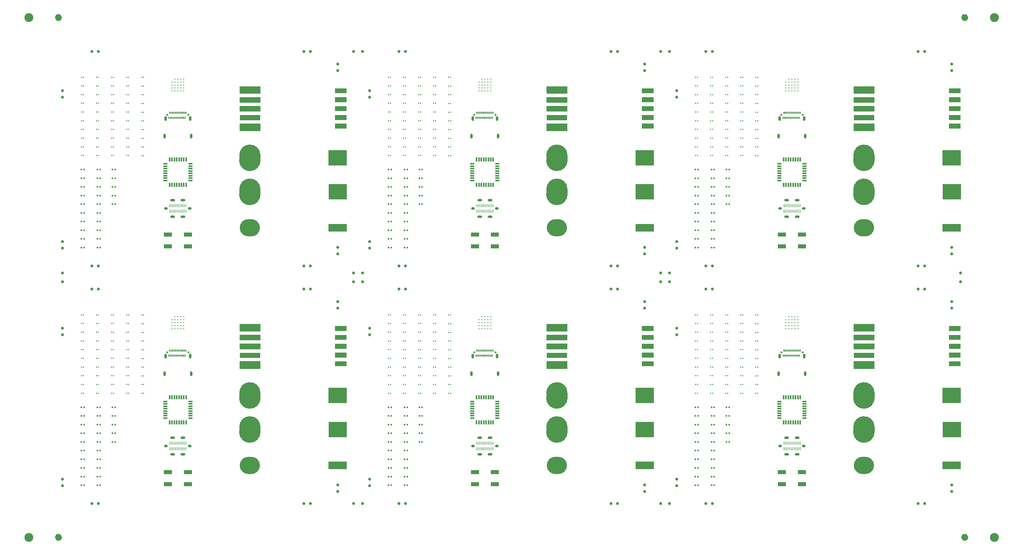
<source format=gbr>
%TF.GenerationSoftware,KiCad,Pcbnew,7.0.5*%
%TF.CreationDate,2023-08-22T12:35:02+01:00*%
%TF.ProjectId,PANELTEST141,50414e45-4c54-4455-9354-3134312e6b69,00.00*%
%TF.SameCoordinates,PX27b9fb5PYc4a79ca*%
%TF.FileFunction,Soldermask,Top*%
%TF.FilePolarity,Negative*%
%FSLAX46Y46*%
G04 Gerber Fmt 4.6, Leading zero omitted, Abs format (unit mm)*
G04 Created by KiCad (PCBNEW 7.0.5) date 2023-08-22 12:35:02*
%MOMM*%
%LPD*%
G01*
G04 APERTURE LIST*
%ADD10C,0.100000*%
%ADD11C,3.580000*%
%ADD12C,3.605000*%
%ADD13C,1.200000*%
%ADD14C,0.150000*%
%ADD15C,2.905000*%
%ADD16R,0.460000X0.420000*%
%ADD17R,1.475000X0.600000*%
%ADD18R,0.600000X1.475000*%
%ADD19C,1.000000*%
%ADD20R,0.508000X0.508000*%
%ADD21C,0.650000*%
%ADD22R,0.300000X0.700000*%
%ADD23O,0.800000X1.600000*%
%ADD24C,3.000000*%
%ADD25C,1.498600*%
%ADD26C,1.524000*%
%ADD27O,1.200000X0.900000*%
%ADD28O,1.600000X0.800000*%
%ADD29R,0.280000X1.060000*%
%ADD30C,0.355600*%
%ADD31R,2.750000X1.400000*%
G04 APERTURE END LIST*
G36*
X316479871Y151360377D02*
G01*
X320419871Y151360377D01*
X320419871Y149700377D01*
X316479871Y149700377D01*
X316479871Y151360377D01*
G37*
G36*
X314319871Y31520377D02*
G01*
X320479871Y31520377D01*
X320479871Y28960377D01*
X314319871Y28960377D01*
X314319871Y31520377D01*
G37*
G36*
X212879871Y148360377D02*
G01*
X216819871Y148360377D01*
X216819871Y146700377D01*
X212879871Y146700377D01*
X212879871Y148360377D01*
G37*
G36*
X109279871Y151360377D02*
G01*
X113219871Y151360377D01*
X113219871Y149700377D01*
X109279871Y149700377D01*
X109279871Y151360377D01*
G37*
G36*
X212879871Y74240377D02*
G01*
X216819871Y74240377D01*
X216819871Y72580377D01*
X212879871Y72580377D01*
X212879871Y74240377D01*
G37*
G36*
X107119871Y111640377D02*
G01*
X113279871Y111640377D01*
X113279871Y109080377D01*
X107119871Y109080377D01*
X107119871Y111640377D01*
G37*
G36*
X314319871Y56420377D02*
G01*
X320479871Y56420377D01*
X320479871Y51260377D01*
X314319871Y51260377D01*
X314319871Y56420377D01*
G37*
G36*
X210769871Y44940377D02*
G01*
X216929871Y44940377D01*
X216929871Y39780377D01*
X210769871Y39780377D01*
X210769871Y44940377D01*
G37*
G36*
X210769871Y125060377D02*
G01*
X216929871Y125060377D01*
X216929871Y119900377D01*
X210769871Y119900377D01*
X210769871Y125060377D01*
G37*
G36*
X109279871Y74240377D02*
G01*
X113219871Y74240377D01*
X113219871Y72580377D01*
X109279871Y72580377D01*
X109279871Y74240377D01*
G37*
G36*
X109269871Y157360377D02*
G01*
X113209871Y157360377D01*
X113209871Y155700377D01*
X109269871Y155700377D01*
X109269871Y157360377D01*
G37*
G36*
X212869871Y145460377D02*
G01*
X216809871Y145460377D01*
X216809871Y143800377D01*
X212869871Y143800377D01*
X212869871Y145460377D01*
G37*
G36*
X316469871Y157360377D02*
G01*
X320409871Y157360377D01*
X320409871Y155700377D01*
X316469871Y155700377D01*
X316469871Y157360377D01*
G37*
G36*
X210719871Y31520377D02*
G01*
X216879871Y31520377D01*
X216879871Y28960377D01*
X210719871Y28960377D01*
X210719871Y31520377D01*
G37*
G36*
X316479871Y74240377D02*
G01*
X320419871Y74240377D01*
X320419871Y72580377D01*
X316479871Y72580377D01*
X316479871Y74240377D01*
G37*
G36*
X316469871Y65340377D02*
G01*
X320409871Y65340377D01*
X320409871Y63680377D01*
X316469871Y63680377D01*
X316469871Y65340377D01*
G37*
G36*
X316479871Y68240377D02*
G01*
X320419871Y68240377D01*
X320419871Y66580377D01*
X316479871Y66580377D01*
X316479871Y68240377D01*
G37*
G36*
X316479871Y71240377D02*
G01*
X320419871Y71240377D01*
X320419871Y69580377D01*
X316479871Y69580377D01*
X316479871Y71240377D01*
G37*
G36*
X212879871Y151360377D02*
G01*
X216819871Y151360377D01*
X216819871Y149700377D01*
X212879871Y149700377D01*
X212879871Y151360377D01*
G37*
G36*
X212869871Y157360377D02*
G01*
X216809871Y157360377D01*
X216809871Y155700377D01*
X212869871Y155700377D01*
X212869871Y157360377D01*
G37*
G36*
X314319871Y136540377D02*
G01*
X320479871Y136540377D01*
X320479871Y131380377D01*
X314319871Y131380377D01*
X314319871Y136540377D01*
G37*
G36*
X109279871Y68240377D02*
G01*
X113219871Y68240377D01*
X113219871Y66580377D01*
X109279871Y66580377D01*
X109279871Y68240377D01*
G37*
G36*
X316469871Y77240377D02*
G01*
X320409871Y77240377D01*
X320409871Y75580377D01*
X316469871Y75580377D01*
X316469871Y77240377D01*
G37*
G36*
X107119871Y56420377D02*
G01*
X113279871Y56420377D01*
X113279871Y51260377D01*
X107119871Y51260377D01*
X107119871Y56420377D01*
G37*
G36*
X212879871Y154360377D02*
G01*
X216819871Y154360377D01*
X216819871Y152700377D01*
X212879871Y152700377D01*
X212879871Y154360377D01*
G37*
G36*
X109279871Y148360377D02*
G01*
X113219871Y148360377D01*
X113219871Y146700377D01*
X109279871Y146700377D01*
X109279871Y148360377D01*
G37*
G36*
X316479871Y154360377D02*
G01*
X320419871Y154360377D01*
X320419871Y152700377D01*
X316479871Y152700377D01*
X316479871Y154360377D01*
G37*
G36*
X212869871Y65340377D02*
G01*
X216809871Y65340377D01*
X216809871Y63680377D01*
X212869871Y63680377D01*
X212869871Y65340377D01*
G37*
G36*
X109269871Y145460377D02*
G01*
X113209871Y145460377D01*
X113209871Y143800377D01*
X109269871Y143800377D01*
X109269871Y145460377D01*
G37*
G36*
X210719871Y111640377D02*
G01*
X216879871Y111640377D01*
X216879871Y109080377D01*
X210719871Y109080377D01*
X210719871Y111640377D01*
G37*
G36*
X210719871Y56420377D02*
G01*
X216879871Y56420377D01*
X216879871Y51260377D01*
X210719871Y51260377D01*
X210719871Y56420377D01*
G37*
G36*
X109269871Y65340377D02*
G01*
X113209871Y65340377D01*
X113209871Y63680377D01*
X109269871Y63680377D01*
X109269871Y65340377D01*
G37*
G36*
X109279871Y154360377D02*
G01*
X113219871Y154360377D01*
X113219871Y152700377D01*
X109279871Y152700377D01*
X109279871Y154360377D01*
G37*
G36*
X109279871Y71240377D02*
G01*
X113219871Y71240377D01*
X113219871Y69580377D01*
X109279871Y69580377D01*
X109279871Y71240377D01*
G37*
G36*
X212869871Y77240377D02*
G01*
X216809871Y77240377D01*
X216809871Y75580377D01*
X212869871Y75580377D01*
X212869871Y77240377D01*
G37*
G36*
X316479871Y148360377D02*
G01*
X320419871Y148360377D01*
X320419871Y146700377D01*
X316479871Y146700377D01*
X316479871Y148360377D01*
G37*
G36*
X212879871Y71240377D02*
G01*
X216819871Y71240377D01*
X216819871Y69580377D01*
X212879871Y69580377D01*
X212879871Y71240377D01*
G37*
G36*
X107169871Y125060377D02*
G01*
X113329871Y125060377D01*
X113329871Y119900377D01*
X107169871Y119900377D01*
X107169871Y125060377D01*
G37*
G36*
X314369871Y125060377D02*
G01*
X320529871Y125060377D01*
X320529871Y119900377D01*
X314369871Y119900377D01*
X314369871Y125060377D01*
G37*
G36*
X107119871Y136540377D02*
G01*
X113279871Y136540377D01*
X113279871Y131380377D01*
X107119871Y131380377D01*
X107119871Y136540377D01*
G37*
G36*
X109269871Y77240377D02*
G01*
X113209871Y77240377D01*
X113209871Y75580377D01*
X109269871Y75580377D01*
X109269871Y77240377D01*
G37*
G36*
X314319871Y111640377D02*
G01*
X320479871Y111640377D01*
X320479871Y109080377D01*
X314319871Y109080377D01*
X314319871Y111640377D01*
G37*
G36*
X107169871Y44940377D02*
G01*
X113329871Y44940377D01*
X113329871Y39780377D01*
X107169871Y39780377D01*
X107169871Y44940377D01*
G37*
G36*
X316469871Y145460377D02*
G01*
X320409871Y145460377D01*
X320409871Y143800377D01*
X316469871Y143800377D01*
X316469871Y145460377D01*
G37*
G36*
X314369871Y44940377D02*
G01*
X320529871Y44940377D01*
X320529871Y39780377D01*
X314369871Y39780377D01*
X314369871Y44940377D01*
G37*
G36*
X210719871Y136540377D02*
G01*
X216879871Y136540377D01*
X216879871Y131380377D01*
X210719871Y131380377D01*
X210719871Y136540377D01*
G37*
G36*
X212879871Y68240377D02*
G01*
X216819871Y68240377D01*
X216819871Y66580377D01*
X212879871Y66580377D01*
X212879871Y68240377D01*
G37*
G36*
X107119871Y31520377D02*
G01*
X113279871Y31520377D01*
X113279871Y28960377D01*
X107119871Y28960377D01*
X107119871Y31520377D01*
G37*
D10*
%TO.C,TAB2*%
X77049889Y54742877D02*
X84109889Y54742877D01*
X84109889Y54742877D02*
X84109889Y52962877D01*
X84109889Y52962877D02*
X77049889Y52962877D01*
X77049889Y52962877D02*
X77049889Y54742877D01*
G36*
X77049889Y54742877D02*
G01*
X84109889Y54742877D01*
X84109889Y52962877D01*
X77049889Y52962877D01*
X77049889Y54742877D01*
G37*
D11*
X82369889Y54742877D02*
G75*
G03*
X82369889Y54742877I-1790000J0D01*
G01*
D12*
X82382389Y52962877D02*
G75*
G03*
X82382389Y52962877I-1802500J0D01*
G01*
D10*
%TO.C,TAB3*%
X180649889Y123392877D02*
X187709889Y123392877D01*
X187709889Y123392877D02*
X187709889Y121612877D01*
X187709889Y121612877D02*
X180649889Y121612877D01*
X180649889Y121612877D02*
X180649889Y123392877D01*
G36*
X180649889Y123392877D02*
G01*
X187709889Y123392877D01*
X187709889Y121612877D01*
X180649889Y121612877D01*
X180649889Y123392877D01*
G37*
D11*
X185969889Y123392877D02*
G75*
G03*
X185969889Y123392877I-1790000J0D01*
G01*
D12*
X185982389Y121612877D02*
G75*
G03*
X185982389Y121612877I-1802500J0D01*
G01*
D10*
X77049889Y43272877D02*
X84109889Y43272877D01*
X84109889Y43272877D02*
X84109889Y41492877D01*
X84109889Y41492877D02*
X77049889Y41492877D01*
X77049889Y41492877D02*
X77049889Y43272877D01*
G36*
X77049889Y43272877D02*
G01*
X84109889Y43272877D01*
X84109889Y41492877D01*
X77049889Y41492877D01*
X77049889Y43272877D01*
G37*
D11*
X82369889Y43272877D02*
G75*
G03*
X82369889Y43272877I-1790000J0D01*
G01*
D12*
X82382389Y41492877D02*
G75*
G03*
X82382389Y41492877I-1802500J0D01*
G01*
D10*
%TO.C,TAB1*%
X284379889Y68220377D02*
X291179889Y68220377D01*
X291179889Y68220377D02*
X291179889Y66560377D01*
X291179889Y66560377D02*
X284379889Y66560377D01*
X284379889Y66560377D02*
X284379889Y68220377D01*
G36*
X284379889Y68220377D02*
G01*
X291179889Y68220377D01*
X291179889Y66560377D01*
X284379889Y66560377D01*
X284379889Y68220377D01*
G37*
X291239889Y77890377D02*
X284319889Y77890377D01*
X284319889Y77890377D02*
X284319889Y75490377D01*
X284319889Y75490377D02*
X291239889Y75490377D01*
X291239889Y75490377D02*
X291239889Y77890377D01*
G36*
X291239889Y77890377D02*
G01*
X284319889Y77890377D01*
X284319889Y75490377D01*
X291239889Y75490377D01*
X291239889Y77890377D01*
G37*
X291239889Y74290377D02*
X284319889Y74290377D01*
X284319889Y74290377D02*
X284319889Y72490377D01*
X284319889Y72490377D02*
X291239889Y72490377D01*
X291239889Y72490377D02*
X291239889Y74290377D01*
G36*
X291239889Y74290377D02*
G01*
X284319889Y74290377D01*
X284319889Y72490377D01*
X291239889Y72490377D01*
X291239889Y74290377D01*
G37*
X291239889Y71290377D02*
X284319889Y71290377D01*
X284319889Y71290377D02*
X284319889Y69490377D01*
X284319889Y69490377D02*
X291239889Y69490377D01*
X291239889Y69490377D02*
X291239889Y71290377D01*
G36*
X291239889Y71290377D02*
G01*
X284319889Y71290377D01*
X284319889Y69490377D01*
X291239889Y69490377D01*
X291239889Y71290377D01*
G37*
X291249889Y65400377D02*
X284319889Y65400377D01*
X284319889Y65400377D02*
X284319889Y62890377D01*
X284319889Y62890377D02*
X291249889Y62890377D01*
X291249889Y62890377D02*
X291249889Y65400377D01*
G36*
X291249889Y65400377D02*
G01*
X284319889Y65400377D01*
X284319889Y62890377D01*
X291249889Y62890377D01*
X291249889Y65400377D01*
G37*
%TO.C,TAB2*%
X180649889Y134862877D02*
X187709889Y134862877D01*
X187709889Y134862877D02*
X187709889Y133082877D01*
X187709889Y133082877D02*
X180649889Y133082877D01*
X180649889Y133082877D02*
X180649889Y134862877D01*
G36*
X180649889Y134862877D02*
G01*
X187709889Y134862877D01*
X187709889Y133082877D01*
X180649889Y133082877D01*
X180649889Y134862877D01*
G37*
D11*
X185969889Y134862877D02*
G75*
G03*
X185969889Y134862877I-1790000J0D01*
G01*
D12*
X185982389Y133082877D02*
G75*
G03*
X185982389Y133082877I-1802500J0D01*
G01*
%TO.C,REF\u002A\u002A*%
D13*
X16599871Y181230377D02*
G75*
G03*
X16599871Y181230377I-600000J0D01*
G01*
X322399871Y181230377D02*
G75*
G03*
X322399871Y181230377I-600000J0D01*
G01*
D10*
%TO.C,TAB2*%
X284249889Y54742877D02*
X291309889Y54742877D01*
X291309889Y54742877D02*
X291309889Y52962877D01*
X291309889Y52962877D02*
X284249889Y52962877D01*
X284249889Y52962877D02*
X284249889Y54742877D01*
G36*
X284249889Y54742877D02*
G01*
X291309889Y54742877D01*
X291309889Y52962877D01*
X284249889Y52962877D01*
X284249889Y54742877D01*
G37*
D11*
X289569889Y54742877D02*
G75*
G03*
X289569889Y54742877I-1790000J0D01*
G01*
D12*
X289582389Y52962877D02*
G75*
G03*
X289582389Y52962877I-1802500J0D01*
G01*
D10*
X77049889Y134862877D02*
X84109889Y134862877D01*
X84109889Y134862877D02*
X84109889Y133082877D01*
X84109889Y133082877D02*
X77049889Y133082877D01*
X77049889Y133082877D02*
X77049889Y134862877D01*
G36*
X77049889Y134862877D02*
G01*
X84109889Y134862877D01*
X84109889Y133082877D01*
X77049889Y133082877D01*
X77049889Y134862877D01*
G37*
D11*
X82369889Y134862877D02*
G75*
G03*
X82369889Y134862877I-1790000J0D01*
G01*
D12*
X82382389Y133082877D02*
G75*
G03*
X82382389Y133082877I-1802500J0D01*
G01*
D14*
%TO.C,TAB4*%
X80049889Y113190377D02*
X81109889Y113190377D01*
X81109889Y113190377D02*
X81109889Y107530377D01*
X81109889Y107530377D02*
X80049889Y107530377D01*
X80049889Y107530377D02*
X80049889Y113190377D01*
G36*
X80049889Y113190377D02*
G01*
X81109889Y113190377D01*
X81109889Y107530377D01*
X80049889Y107530377D01*
X80049889Y113190377D01*
G37*
D15*
X81502389Y110360377D02*
G75*
G03*
X81502389Y110360377I-1452500J0D01*
G01*
X82562389Y110360377D02*
G75*
G03*
X82562389Y110360377I-1452500J0D01*
G01*
D14*
X183649889Y33070377D02*
X184709889Y33070377D01*
X184709889Y33070377D02*
X184709889Y27410377D01*
X184709889Y27410377D02*
X183649889Y27410377D01*
X183649889Y27410377D02*
X183649889Y33070377D01*
G36*
X183649889Y33070377D02*
G01*
X184709889Y33070377D01*
X184709889Y27410377D01*
X183649889Y27410377D01*
X183649889Y33070377D01*
G37*
D15*
X185102389Y30240377D02*
G75*
G03*
X185102389Y30240377I-1452500J0D01*
G01*
X186162389Y30240377D02*
G75*
G03*
X186162389Y30240377I-1452500J0D01*
G01*
D10*
%TO.C,TAB1*%
X180779889Y148340377D02*
X187579889Y148340377D01*
X187579889Y148340377D02*
X187579889Y146680377D01*
X187579889Y146680377D02*
X180779889Y146680377D01*
X180779889Y146680377D02*
X180779889Y148340377D01*
G36*
X180779889Y148340377D02*
G01*
X187579889Y148340377D01*
X187579889Y146680377D01*
X180779889Y146680377D01*
X180779889Y148340377D01*
G37*
X187639889Y158010377D02*
X180719889Y158010377D01*
X180719889Y158010377D02*
X180719889Y155610377D01*
X180719889Y155610377D02*
X187639889Y155610377D01*
X187639889Y155610377D02*
X187639889Y158010377D01*
G36*
X187639889Y158010377D02*
G01*
X180719889Y158010377D01*
X180719889Y155610377D01*
X187639889Y155610377D01*
X187639889Y158010377D01*
G37*
X187639889Y154410377D02*
X180719889Y154410377D01*
X180719889Y154410377D02*
X180719889Y152610377D01*
X180719889Y152610377D02*
X187639889Y152610377D01*
X187639889Y152610377D02*
X187639889Y154410377D01*
G36*
X187639889Y154410377D02*
G01*
X180719889Y154410377D01*
X180719889Y152610377D01*
X187639889Y152610377D01*
X187639889Y154410377D01*
G37*
X187639889Y151410377D02*
X180719889Y151410377D01*
X180719889Y151410377D02*
X180719889Y149610377D01*
X180719889Y149610377D02*
X187639889Y149610377D01*
X187639889Y149610377D02*
X187639889Y151410377D01*
G36*
X187639889Y151410377D02*
G01*
X180719889Y151410377D01*
X180719889Y149610377D01*
X187639889Y149610377D01*
X187639889Y151410377D01*
G37*
X187649889Y145520377D02*
X180719889Y145520377D01*
X180719889Y145520377D02*
X180719889Y143010377D01*
X180719889Y143010377D02*
X187649889Y143010377D01*
X187649889Y143010377D02*
X187649889Y145520377D01*
G36*
X187649889Y145520377D02*
G01*
X180719889Y145520377D01*
X180719889Y143010377D01*
X187649889Y143010377D01*
X187649889Y145520377D01*
G37*
%TO.C,REF\u002A\u002A*%
D13*
X322399871Y5990377D02*
G75*
G03*
X322399871Y5990377I-600000J0D01*
G01*
D10*
%TO.C,TAB1*%
X180779889Y68220377D02*
X187579889Y68220377D01*
X187579889Y68220377D02*
X187579889Y66560377D01*
X187579889Y66560377D02*
X180779889Y66560377D01*
X180779889Y66560377D02*
X180779889Y68220377D01*
G36*
X180779889Y68220377D02*
G01*
X187579889Y68220377D01*
X187579889Y66560377D01*
X180779889Y66560377D01*
X180779889Y68220377D01*
G37*
X187639889Y77890377D02*
X180719889Y77890377D01*
X180719889Y77890377D02*
X180719889Y75490377D01*
X180719889Y75490377D02*
X187639889Y75490377D01*
X187639889Y75490377D02*
X187639889Y77890377D01*
G36*
X187639889Y77890377D02*
G01*
X180719889Y77890377D01*
X180719889Y75490377D01*
X187639889Y75490377D01*
X187639889Y77890377D01*
G37*
X187639889Y74290377D02*
X180719889Y74290377D01*
X180719889Y74290377D02*
X180719889Y72490377D01*
X180719889Y72490377D02*
X187639889Y72490377D01*
X187639889Y72490377D02*
X187639889Y74290377D01*
G36*
X187639889Y74290377D02*
G01*
X180719889Y74290377D01*
X180719889Y72490377D01*
X187639889Y72490377D01*
X187639889Y74290377D01*
G37*
X187639889Y71290377D02*
X180719889Y71290377D01*
X180719889Y71290377D02*
X180719889Y69490377D01*
X180719889Y69490377D02*
X187639889Y69490377D01*
X187639889Y69490377D02*
X187639889Y71290377D01*
G36*
X187639889Y71290377D02*
G01*
X180719889Y71290377D01*
X180719889Y69490377D01*
X187639889Y69490377D01*
X187639889Y71290377D01*
G37*
X187649889Y65400377D02*
X180719889Y65400377D01*
X180719889Y65400377D02*
X180719889Y62890377D01*
X180719889Y62890377D02*
X187649889Y62890377D01*
X187649889Y62890377D02*
X187649889Y65400377D01*
G36*
X187649889Y65400377D02*
G01*
X180719889Y65400377D01*
X180719889Y62890377D01*
X187649889Y62890377D01*
X187649889Y65400377D01*
G37*
%TO.C,TAB3*%
X77049889Y123392877D02*
X84109889Y123392877D01*
X84109889Y123392877D02*
X84109889Y121612877D01*
X84109889Y121612877D02*
X77049889Y121612877D01*
X77049889Y121612877D02*
X77049889Y123392877D01*
G36*
X77049889Y123392877D02*
G01*
X84109889Y123392877D01*
X84109889Y121612877D01*
X77049889Y121612877D01*
X77049889Y123392877D01*
G37*
D11*
X82369889Y123392877D02*
G75*
G03*
X82369889Y123392877I-1790000J0D01*
G01*
D12*
X82382389Y121612877D02*
G75*
G03*
X82382389Y121612877I-1802500J0D01*
G01*
D10*
X284249889Y123392877D02*
X291309889Y123392877D01*
X291309889Y123392877D02*
X291309889Y121612877D01*
X291309889Y121612877D02*
X284249889Y121612877D01*
X284249889Y121612877D02*
X284249889Y123392877D01*
G36*
X284249889Y123392877D02*
G01*
X291309889Y123392877D01*
X291309889Y121612877D01*
X284249889Y121612877D01*
X284249889Y123392877D01*
G37*
D11*
X289569889Y123392877D02*
G75*
G03*
X289569889Y123392877I-1790000J0D01*
G01*
D12*
X289582389Y121612877D02*
G75*
G03*
X289582389Y121612877I-1802500J0D01*
G01*
D10*
%TO.C,TAB1*%
X77179889Y148340377D02*
X83979889Y148340377D01*
X83979889Y148340377D02*
X83979889Y146680377D01*
X83979889Y146680377D02*
X77179889Y146680377D01*
X77179889Y146680377D02*
X77179889Y148340377D01*
G36*
X77179889Y148340377D02*
G01*
X83979889Y148340377D01*
X83979889Y146680377D01*
X77179889Y146680377D01*
X77179889Y148340377D01*
G37*
X84039889Y158010377D02*
X77119889Y158010377D01*
X77119889Y158010377D02*
X77119889Y155610377D01*
X77119889Y155610377D02*
X84039889Y155610377D01*
X84039889Y155610377D02*
X84039889Y158010377D01*
G36*
X84039889Y158010377D02*
G01*
X77119889Y158010377D01*
X77119889Y155610377D01*
X84039889Y155610377D01*
X84039889Y158010377D01*
G37*
X84039889Y154410377D02*
X77119889Y154410377D01*
X77119889Y154410377D02*
X77119889Y152610377D01*
X77119889Y152610377D02*
X84039889Y152610377D01*
X84039889Y152610377D02*
X84039889Y154410377D01*
G36*
X84039889Y154410377D02*
G01*
X77119889Y154410377D01*
X77119889Y152610377D01*
X84039889Y152610377D01*
X84039889Y154410377D01*
G37*
X84039889Y151410377D02*
X77119889Y151410377D01*
X77119889Y151410377D02*
X77119889Y149610377D01*
X77119889Y149610377D02*
X84039889Y149610377D01*
X84039889Y149610377D02*
X84039889Y151410377D01*
G36*
X84039889Y151410377D02*
G01*
X77119889Y151410377D01*
X77119889Y149610377D01*
X84039889Y149610377D01*
X84039889Y151410377D01*
G37*
X84049889Y145520377D02*
X77119889Y145520377D01*
X77119889Y145520377D02*
X77119889Y143010377D01*
X77119889Y143010377D02*
X84049889Y143010377D01*
X84049889Y143010377D02*
X84049889Y145520377D01*
G36*
X84049889Y145520377D02*
G01*
X77119889Y145520377D01*
X77119889Y143010377D01*
X84049889Y143010377D01*
X84049889Y145520377D01*
G37*
%TO.C,TAB2*%
X284249889Y134862877D02*
X291309889Y134862877D01*
X291309889Y134862877D02*
X291309889Y133082877D01*
X291309889Y133082877D02*
X284249889Y133082877D01*
X284249889Y133082877D02*
X284249889Y134862877D01*
G36*
X284249889Y134862877D02*
G01*
X291309889Y134862877D01*
X291309889Y133082877D01*
X284249889Y133082877D01*
X284249889Y134862877D01*
G37*
D11*
X289569889Y134862877D02*
G75*
G03*
X289569889Y134862877I-1790000J0D01*
G01*
D12*
X289582389Y133082877D02*
G75*
G03*
X289582389Y133082877I-1802500J0D01*
G01*
D14*
%TO.C,TAB4*%
X183649889Y113190377D02*
X184709889Y113190377D01*
X184709889Y113190377D02*
X184709889Y107530377D01*
X184709889Y107530377D02*
X183649889Y107530377D01*
X183649889Y107530377D02*
X183649889Y113190377D01*
G36*
X183649889Y113190377D02*
G01*
X184709889Y113190377D01*
X184709889Y107530377D01*
X183649889Y107530377D01*
X183649889Y113190377D01*
G37*
D15*
X185102389Y110360377D02*
G75*
G03*
X185102389Y110360377I-1452500J0D01*
G01*
X186162389Y110360377D02*
G75*
G03*
X186162389Y110360377I-1452500J0D01*
G01*
D10*
%TO.C,TAB1*%
X77179889Y68220377D02*
X83979889Y68220377D01*
X83979889Y68220377D02*
X83979889Y66560377D01*
X83979889Y66560377D02*
X77179889Y66560377D01*
X77179889Y66560377D02*
X77179889Y68220377D01*
G36*
X77179889Y68220377D02*
G01*
X83979889Y68220377D01*
X83979889Y66560377D01*
X77179889Y66560377D01*
X77179889Y68220377D01*
G37*
X84039889Y77890377D02*
X77119889Y77890377D01*
X77119889Y77890377D02*
X77119889Y75490377D01*
X77119889Y75490377D02*
X84039889Y75490377D01*
X84039889Y75490377D02*
X84039889Y77890377D01*
G36*
X84039889Y77890377D02*
G01*
X77119889Y77890377D01*
X77119889Y75490377D01*
X84039889Y75490377D01*
X84039889Y77890377D01*
G37*
X84039889Y74290377D02*
X77119889Y74290377D01*
X77119889Y74290377D02*
X77119889Y72490377D01*
X77119889Y72490377D02*
X84039889Y72490377D01*
X84039889Y72490377D02*
X84039889Y74290377D01*
G36*
X84039889Y74290377D02*
G01*
X77119889Y74290377D01*
X77119889Y72490377D01*
X84039889Y72490377D01*
X84039889Y74290377D01*
G37*
X84039889Y71290377D02*
X77119889Y71290377D01*
X77119889Y71290377D02*
X77119889Y69490377D01*
X77119889Y69490377D02*
X84039889Y69490377D01*
X84039889Y69490377D02*
X84039889Y71290377D01*
G36*
X84039889Y71290377D02*
G01*
X77119889Y71290377D01*
X77119889Y69490377D01*
X84039889Y69490377D01*
X84039889Y71290377D01*
G37*
X84049889Y65400377D02*
X77119889Y65400377D01*
X77119889Y65400377D02*
X77119889Y62890377D01*
X77119889Y62890377D02*
X84049889Y62890377D01*
X84049889Y62890377D02*
X84049889Y65400377D01*
G36*
X84049889Y65400377D02*
G01*
X77119889Y65400377D01*
X77119889Y62890377D01*
X84049889Y62890377D01*
X84049889Y65400377D01*
G37*
%TO.C,TAB3*%
X180649889Y43272877D02*
X187709889Y43272877D01*
X187709889Y43272877D02*
X187709889Y41492877D01*
X187709889Y41492877D02*
X180649889Y41492877D01*
X180649889Y41492877D02*
X180649889Y43272877D01*
G36*
X180649889Y43272877D02*
G01*
X187709889Y43272877D01*
X187709889Y41492877D01*
X180649889Y41492877D01*
X180649889Y43272877D01*
G37*
D11*
X185969889Y43272877D02*
G75*
G03*
X185969889Y43272877I-1790000J0D01*
G01*
D12*
X185982389Y41492877D02*
G75*
G03*
X185982389Y41492877I-1802500J0D01*
G01*
D10*
X284249889Y43272877D02*
X291309889Y43272877D01*
X291309889Y43272877D02*
X291309889Y41492877D01*
X291309889Y41492877D02*
X284249889Y41492877D01*
X284249889Y41492877D02*
X284249889Y43272877D01*
G36*
X284249889Y43272877D02*
G01*
X291309889Y43272877D01*
X291309889Y41492877D01*
X284249889Y41492877D01*
X284249889Y43272877D01*
G37*
D11*
X289569889Y43272877D02*
G75*
G03*
X289569889Y43272877I-1790000J0D01*
G01*
D12*
X289582389Y41492877D02*
G75*
G03*
X289582389Y41492877I-1802500J0D01*
G01*
D10*
%TO.C,TAB2*%
X180649889Y54742877D02*
X187709889Y54742877D01*
X187709889Y54742877D02*
X187709889Y52962877D01*
X187709889Y52962877D02*
X180649889Y52962877D01*
X180649889Y52962877D02*
X180649889Y54742877D01*
G36*
X180649889Y54742877D02*
G01*
X187709889Y54742877D01*
X187709889Y52962877D01*
X180649889Y52962877D01*
X180649889Y54742877D01*
G37*
D11*
X185969889Y54742877D02*
G75*
G03*
X185969889Y54742877I-1790000J0D01*
G01*
D12*
X185982389Y52962877D02*
G75*
G03*
X185982389Y52962877I-1802500J0D01*
G01*
D14*
%TO.C,TAB4*%
X287249889Y113190377D02*
X288309889Y113190377D01*
X288309889Y113190377D02*
X288309889Y107530377D01*
X288309889Y107530377D02*
X287249889Y107530377D01*
X287249889Y107530377D02*
X287249889Y113190377D01*
G36*
X287249889Y113190377D02*
G01*
X288309889Y113190377D01*
X288309889Y107530377D01*
X287249889Y107530377D01*
X287249889Y113190377D01*
G37*
D15*
X288702389Y110360377D02*
G75*
G03*
X288702389Y110360377I-1452500J0D01*
G01*
X289762389Y110360377D02*
G75*
G03*
X289762389Y110360377I-1452500J0D01*
G01*
D14*
X80049889Y33070377D02*
X81109889Y33070377D01*
X81109889Y33070377D02*
X81109889Y27410377D01*
X81109889Y27410377D02*
X80049889Y27410377D01*
X80049889Y27410377D02*
X80049889Y33070377D01*
G36*
X80049889Y33070377D02*
G01*
X81109889Y33070377D01*
X81109889Y27410377D01*
X80049889Y27410377D01*
X80049889Y33070377D01*
G37*
D15*
X81502389Y30240377D02*
G75*
G03*
X81502389Y30240377I-1452500J0D01*
G01*
X82562389Y30240377D02*
G75*
G03*
X82562389Y30240377I-1452500J0D01*
G01*
D10*
%TO.C,TAB1*%
X284379889Y148340377D02*
X291179889Y148340377D01*
X291179889Y148340377D02*
X291179889Y146680377D01*
X291179889Y146680377D02*
X284379889Y146680377D01*
X284379889Y146680377D02*
X284379889Y148340377D01*
G36*
X284379889Y148340377D02*
G01*
X291179889Y148340377D01*
X291179889Y146680377D01*
X284379889Y146680377D01*
X284379889Y148340377D01*
G37*
X291239889Y158010377D02*
X284319889Y158010377D01*
X284319889Y158010377D02*
X284319889Y155610377D01*
X284319889Y155610377D02*
X291239889Y155610377D01*
X291239889Y155610377D02*
X291239889Y158010377D01*
G36*
X291239889Y158010377D02*
G01*
X284319889Y158010377D01*
X284319889Y155610377D01*
X291239889Y155610377D01*
X291239889Y158010377D01*
G37*
X291239889Y154410377D02*
X284319889Y154410377D01*
X284319889Y154410377D02*
X284319889Y152610377D01*
X284319889Y152610377D02*
X291239889Y152610377D01*
X291239889Y152610377D02*
X291239889Y154410377D01*
G36*
X291239889Y154410377D02*
G01*
X284319889Y154410377D01*
X284319889Y152610377D01*
X291239889Y152610377D01*
X291239889Y154410377D01*
G37*
X291239889Y151410377D02*
X284319889Y151410377D01*
X284319889Y151410377D02*
X284319889Y149610377D01*
X284319889Y149610377D02*
X291239889Y149610377D01*
X291239889Y149610377D02*
X291239889Y151410377D01*
G36*
X291239889Y151410377D02*
G01*
X284319889Y151410377D01*
X284319889Y149610377D01*
X291239889Y149610377D01*
X291239889Y151410377D01*
G37*
X291249889Y145520377D02*
X284319889Y145520377D01*
X284319889Y145520377D02*
X284319889Y143010377D01*
X284319889Y143010377D02*
X291249889Y143010377D01*
X291249889Y143010377D02*
X291249889Y145520377D01*
G36*
X291249889Y145520377D02*
G01*
X284319889Y145520377D01*
X284319889Y143010377D01*
X291249889Y143010377D01*
X291249889Y145520377D01*
G37*
%TO.C,REF\u002A\u002A*%
D13*
X16599871Y5990377D02*
G75*
G03*
X16599871Y5990377I-600000J0D01*
G01*
D14*
%TO.C,TAB4*%
X287249889Y33070377D02*
X288309889Y33070377D01*
X288309889Y33070377D02*
X288309889Y27410377D01*
X288309889Y27410377D02*
X287249889Y27410377D01*
X287249889Y27410377D02*
X287249889Y33070377D01*
G36*
X287249889Y33070377D02*
G01*
X288309889Y33070377D01*
X288309889Y27410377D01*
X287249889Y27410377D01*
X287249889Y33070377D01*
G37*
D15*
X288702389Y30240377D02*
G75*
G03*
X288702389Y30240377I-1452500J0D01*
G01*
X289762389Y30240377D02*
G75*
G03*
X289762389Y30240377I-1452500J0D01*
G01*
%TD*%
D16*
%TO.C,R2*%
X23765109Y78054079D03*
X24425109Y78054079D03*
%TD*%
%TO.C,R40*%
X142602679Y134710377D03*
X143262679Y134710377D03*
%TD*%
D17*
%TO.C,IC1*%
X259253489Y131907041D03*
X259253489Y131107041D03*
X259253489Y130307041D03*
X259253489Y129507041D03*
X259253489Y128707041D03*
X259253489Y127907041D03*
X259253489Y127107041D03*
X259253489Y126307041D03*
D18*
X260691489Y124869041D03*
X261491489Y124869041D03*
X262291489Y124869041D03*
X263091489Y124869041D03*
X263891489Y124869041D03*
X264691489Y124869041D03*
X265491489Y124869041D03*
X266291489Y124869041D03*
D17*
X267729489Y126307041D03*
X267729489Y127107041D03*
X267729489Y127907041D03*
X267729489Y128707041D03*
X267729489Y129507041D03*
X267729489Y130307041D03*
X267729489Y131107041D03*
X267729489Y131907041D03*
D18*
X266291489Y133345041D03*
X265491489Y133345041D03*
X264691489Y133345041D03*
X263891489Y133345041D03*
X263091489Y133345041D03*
X262291489Y133345041D03*
X261491489Y133345041D03*
X260691489Y133345041D03*
%TD*%
D19*
%TO.C,REF\u002A\u002A*%
X110199871Y165580377D03*
%TD*%
D16*
%TO.C,R37*%
X39002679Y63389269D03*
X39662679Y63389269D03*
%TD*%
D19*
%TO.C,REF\u002A\u002A*%
X202449871Y169830377D03*
%TD*%
D16*
%TO.C,R27*%
X33923489Y143509269D03*
X34583489Y143509269D03*
%TD*%
D20*
%TO.C,R108*%
X127319871Y109530377D03*
X128234871Y109530377D03*
%TD*%
D16*
%TO.C,R44*%
X44081871Y72146301D03*
X44741871Y72146301D03*
%TD*%
%TO.C,R36*%
X246202679Y66322231D03*
X246862679Y66322231D03*
%TD*%
%TO.C,R6*%
X230965109Y146442231D03*
X231625109Y146442231D03*
%TD*%
%TO.C,R37*%
X142602679Y143509269D03*
X143262679Y143509269D03*
%TD*%
%TO.C,R14*%
X132444299Y72188155D03*
X133104299Y72188155D03*
%TD*%
D19*
%TO.C,REF\u002A\u002A*%
X120999871Y25590377D03*
%TD*%
D21*
%TO.C,J1*%
X52691489Y68327035D03*
X59891489Y68327035D03*
D22*
X53541489Y68987035D03*
X54041489Y68987035D03*
X54541489Y68987035D03*
X55041489Y68987035D03*
X55541489Y68987035D03*
X56041489Y68987035D03*
X56541489Y68987035D03*
X57041489Y68987035D03*
X57541489Y68987035D03*
X58041489Y68987035D03*
X58541489Y68987035D03*
X59041489Y68987035D03*
X58791489Y67287035D03*
X58291489Y67287035D03*
X57791489Y67287035D03*
X57291489Y67287035D03*
X56791489Y67287035D03*
X56291489Y67287035D03*
X55791489Y67287035D03*
X55291489Y67287035D03*
X54791489Y67287035D03*
X54291489Y67287035D03*
X53791489Y67287035D03*
X53291489Y67287035D03*
D23*
X52161489Y67077035D03*
X60421489Y67077035D03*
X60781489Y61127035D03*
X51801489Y61127035D03*
%TD*%
D16*
%TO.C,R39*%
X142602679Y137643345D03*
X143262679Y137643345D03*
%TD*%
%TO.C,R21*%
X241123489Y161107041D03*
X241783489Y161107041D03*
%TD*%
D19*
%TO.C,REF\u002A\u002A*%
X120999871Y76480377D03*
%TD*%
%TO.C,REF\u002A\u002A*%
X219199871Y92110377D03*
%TD*%
D16*
%TO.C,R44*%
X44081871Y152266301D03*
X44741871Y152266301D03*
%TD*%
D20*
%TO.C,R108*%
X23719871Y29410377D03*
X24634871Y29410377D03*
%TD*%
%TO.C,R116*%
X236359871Y115370377D03*
X237274871Y115370377D03*
%TD*%
%TO.C,R125*%
X34206633Y38170377D03*
X35121633Y38170377D03*
%TD*%
D16*
%TO.C,R7*%
X127365109Y143509269D03*
X128025109Y143509269D03*
%TD*%
%TO.C,R29*%
X137523489Y137643345D03*
X138183489Y137643345D03*
%TD*%
%TO.C,R40*%
X39002679Y134710377D03*
X39662679Y134710377D03*
%TD*%
D17*
%TO.C,IC1*%
X52053489Y131907041D03*
X52053489Y131107041D03*
X52053489Y130307041D03*
X52053489Y129507041D03*
X52053489Y128707041D03*
X52053489Y127907041D03*
X52053489Y127107041D03*
X52053489Y126307041D03*
D18*
X53491489Y124869041D03*
X54291489Y124869041D03*
X55091489Y124869041D03*
X55891489Y124869041D03*
X56691489Y124869041D03*
X57491489Y124869041D03*
X58291489Y124869041D03*
X59091489Y124869041D03*
D17*
X60529489Y126307041D03*
X60529489Y127107041D03*
X60529489Y127907041D03*
X60529489Y128707041D03*
X60529489Y129507041D03*
X60529489Y130307041D03*
X60529489Y131107041D03*
X60529489Y131907041D03*
D18*
X59091489Y133345041D03*
X58291489Y133345041D03*
X57491489Y133345041D03*
X56691489Y133345041D03*
X55891489Y133345041D03*
X55091489Y133345041D03*
X54291489Y133345041D03*
X53491489Y133345041D03*
%TD*%
D16*
%TO.C,R21*%
X33923489Y161107041D03*
X34583489Y161107041D03*
%TD*%
%TO.C,R11*%
X132444299Y161107041D03*
X133104299Y161107041D03*
%TD*%
%TO.C,R42*%
X44081871Y158132225D03*
X44741871Y158132225D03*
%TD*%
D24*
%TO.C,REF\u002A\u002A*%
X5999871Y181230377D03*
%TD*%
D16*
%TO.C,R17*%
X28844299Y63389269D03*
X29504299Y63389269D03*
%TD*%
%TO.C,R18*%
X28844299Y140576307D03*
X29504299Y140576307D03*
%TD*%
D20*
%TO.C,R121*%
X137809871Y49850377D03*
X138724871Y49850377D03*
%TD*%
D16*
%TO.C,R36*%
X39002679Y146442231D03*
X39662679Y146442231D03*
%TD*%
%TO.C,R19*%
X132444299Y57523345D03*
X133104299Y57523345D03*
%TD*%
%TO.C,R38*%
X142602679Y140576307D03*
X143262679Y140576307D03*
%TD*%
D20*
%TO.C,R105*%
X23719871Y118290377D03*
X24634871Y118290377D03*
%TD*%
D19*
%TO.C,REF\u002A\u002A*%
X213799871Y103760377D03*
%TD*%
D16*
%TO.C,R23*%
X137523489Y75121117D03*
X138183489Y75121117D03*
%TD*%
D17*
%TO.C,IC1*%
X259253489Y51787041D03*
X259253489Y50987041D03*
X259253489Y50187041D03*
X259253489Y49387041D03*
X259253489Y48587041D03*
X259253489Y47787041D03*
X259253489Y46987041D03*
X259253489Y46187041D03*
D18*
X260691489Y44749041D03*
X261491489Y44749041D03*
X262291489Y44749041D03*
X263091489Y44749041D03*
X263891489Y44749041D03*
X264691489Y44749041D03*
X265491489Y44749041D03*
X266291489Y44749041D03*
D17*
X267729489Y46187041D03*
X267729489Y46987041D03*
X267729489Y47787041D03*
X267729489Y48587041D03*
X267729489Y49387041D03*
X267729489Y50187041D03*
X267729489Y50987041D03*
X267729489Y51787041D03*
D18*
X266291489Y53225041D03*
X265491489Y53225041D03*
X264691489Y53225041D03*
X263891489Y53225041D03*
X263091489Y53225041D03*
X262291489Y53225041D03*
X261491489Y53225041D03*
X260691489Y53225041D03*
%TD*%
D19*
%TO.C,REF\u002A\u002A*%
X120999871Y156600377D03*
%TD*%
D16*
%TO.C,R48*%
X251281871Y140534453D03*
X251941871Y140534453D03*
%TD*%
%TO.C,R41*%
X44081871Y80945187D03*
X44741871Y80945187D03*
%TD*%
%TO.C,R39*%
X142602679Y57523345D03*
X143262679Y57523345D03*
%TD*%
D20*
%TO.C,R102*%
X23719871Y127050377D03*
X24634871Y127050377D03*
%TD*%
D16*
%TO.C,R19*%
X28844299Y137643345D03*
X29504299Y137643345D03*
%TD*%
D19*
%TO.C,REF\u002A\u002A*%
X222199871Y169830377D03*
%TD*%
D16*
%TO.C,R43*%
X147681871Y75079263D03*
X148341871Y75079263D03*
%TD*%
%TO.C,R46*%
X251281871Y146400377D03*
X251941871Y146400377D03*
%TD*%
%TO.C,R13*%
X132444299Y75121117D03*
X133104299Y75121117D03*
%TD*%
%TO.C,R49*%
X147681871Y57481491D03*
X148341871Y57481491D03*
%TD*%
D20*
%TO.C,R106*%
X127319871Y35250377D03*
X128234871Y35250377D03*
%TD*%
D16*
%TO.C,R23*%
X137523489Y155241117D03*
X138183489Y155241117D03*
%TD*%
D20*
%TO.C,R114*%
X29159871Y121210377D03*
X30074871Y121210377D03*
%TD*%
D19*
%TO.C,REF\u002A\u002A*%
X224599871Y156600377D03*
%TD*%
D16*
%TO.C,R42*%
X44081871Y78012225D03*
X44741871Y78012225D03*
%TD*%
%TO.C,R45*%
X251281871Y149333339D03*
X251941871Y149333339D03*
%TD*%
%TO.C,R22*%
X137523489Y78054079D03*
X138183489Y78054079D03*
%TD*%
D20*
%TO.C,R120*%
X132759871Y23570377D03*
X133674871Y23570377D03*
%TD*%
D16*
%TO.C,R31*%
X246202679Y80987041D03*
X246862679Y80987041D03*
%TD*%
%TO.C,R13*%
X236044299Y75121117D03*
X236704299Y75121117D03*
%TD*%
%TO.C,R20*%
X132444299Y54590377D03*
X133104299Y54590377D03*
%TD*%
D20*
%TO.C,R109*%
X23719871Y26490377D03*
X24634871Y26490377D03*
%TD*%
%TO.C,R114*%
X29159871Y41090377D03*
X30074871Y41090377D03*
%TD*%
%TO.C,R115*%
X29159871Y38170377D03*
X30074871Y38170377D03*
%TD*%
%TO.C,R102*%
X127319871Y127050377D03*
X128234871Y127050377D03*
%TD*%
D19*
%TO.C,REF\u002A\u002A*%
X17399871Y103510377D03*
%TD*%
D16*
%TO.C,R7*%
X230965109Y143509269D03*
X231625109Y143509269D03*
%TD*%
%TO.C,R27*%
X241123489Y63389269D03*
X241783489Y63389269D03*
%TD*%
%TO.C,R20*%
X236044299Y54590377D03*
X236704299Y54590377D03*
%TD*%
%TO.C,R48*%
X147681871Y140534453D03*
X148341871Y140534453D03*
%TD*%
D20*
%TO.C,R121*%
X137809871Y129970377D03*
X138724871Y129970377D03*
%TD*%
D16*
%TO.C,R41*%
X147681871Y80945187D03*
X148341871Y80945187D03*
%TD*%
D19*
%TO.C,REF\u002A\u002A*%
X219199871Y95110377D03*
%TD*%
D16*
%TO.C,R38*%
X142602679Y60456307D03*
X143262679Y60456307D03*
%TD*%
%TO.C,R19*%
X132444299Y137643345D03*
X133104299Y137643345D03*
%TD*%
D21*
%TO.C,J1*%
X259891489Y68327035D03*
X267091489Y68327035D03*
D22*
X260741489Y68987035D03*
X261241489Y68987035D03*
X261741489Y68987035D03*
X262241489Y68987035D03*
X262741489Y68987035D03*
X263241489Y68987035D03*
X263741489Y68987035D03*
X264241489Y68987035D03*
X264741489Y68987035D03*
X265241489Y68987035D03*
X265741489Y68987035D03*
X266241489Y68987035D03*
X265991489Y67287035D03*
X265491489Y67287035D03*
X264991489Y67287035D03*
X264491489Y67287035D03*
X263991489Y67287035D03*
X263491489Y67287035D03*
X262991489Y67287035D03*
X262491489Y67287035D03*
X261991489Y67287035D03*
X261491489Y67287035D03*
X260991489Y67287035D03*
X260491489Y67287035D03*
D23*
X259361489Y67077035D03*
X267621489Y67077035D03*
X267981489Y61127035D03*
X259001489Y61127035D03*
%TD*%
D16*
%TO.C,R15*%
X236044299Y69255193D03*
X236704299Y69255193D03*
%TD*%
D20*
%TO.C,R117*%
X132759871Y112450377D03*
X133674871Y112450377D03*
%TD*%
%TO.C,R120*%
X132759871Y103690377D03*
X133674871Y103690377D03*
%TD*%
%TO.C,R110*%
X230919871Y23570377D03*
X231834871Y23570377D03*
%TD*%
D19*
%TO.C,REF\u002A\u002A*%
X101049871Y97510377D03*
%TD*%
%TO.C,REF\u002A\u002A*%
X213799871Y83260377D03*
%TD*%
D21*
%TO.C,J1*%
X156291489Y68327035D03*
X163491489Y68327035D03*
D22*
X157141489Y68987035D03*
X157641489Y68987035D03*
X158141489Y68987035D03*
X158641489Y68987035D03*
X159141489Y68987035D03*
X159641489Y68987035D03*
X160141489Y68987035D03*
X160641489Y68987035D03*
X161141489Y68987035D03*
X161641489Y68987035D03*
X162141489Y68987035D03*
X162641489Y68987035D03*
X162391489Y67287035D03*
X161891489Y67287035D03*
X161391489Y67287035D03*
X160891489Y67287035D03*
X160391489Y67287035D03*
X159891489Y67287035D03*
X159391489Y67287035D03*
X158891489Y67287035D03*
X158391489Y67287035D03*
X157891489Y67287035D03*
X157391489Y67287035D03*
X156891489Y67287035D03*
D23*
X155761489Y67077035D03*
X164021489Y67077035D03*
X164381489Y61127035D03*
X155401489Y61127035D03*
%TD*%
D20*
%TO.C,R104*%
X127319871Y121210377D03*
X128234871Y121210377D03*
%TD*%
D16*
%TO.C,R43*%
X44081871Y155199263D03*
X44741871Y155199263D03*
%TD*%
%TO.C,R18*%
X132444299Y60456307D03*
X133104299Y60456307D03*
%TD*%
D20*
%TO.C,R105*%
X127319871Y38170377D03*
X128234871Y38170377D03*
%TD*%
%TO.C,R103*%
X23719871Y44010377D03*
X24634871Y44010377D03*
%TD*%
%TO.C,R125*%
X241406633Y118290377D03*
X242321633Y118290377D03*
%TD*%
D16*
%TO.C,R23*%
X33923489Y75121117D03*
X34583489Y75121117D03*
%TD*%
D20*
%TO.C,R114*%
X236359871Y121210377D03*
X237274871Y121210377D03*
%TD*%
D19*
%TO.C,REF\u002A\u002A*%
X115599871Y92110377D03*
%TD*%
%TO.C,REF\u002A\u002A*%
X234469871Y89710377D03*
%TD*%
%TO.C,REF\u002A\u002A*%
X317399871Y23640377D03*
%TD*%
D20*
%TO.C,R105*%
X23719871Y38170377D03*
X24634871Y38170377D03*
%TD*%
D16*
%TO.C,R17*%
X236044299Y63389269D03*
X236704299Y63389269D03*
%TD*%
%TO.C,R11*%
X132444299Y80987041D03*
X133104299Y80987041D03*
%TD*%
D19*
%TO.C,REF\u002A\u002A*%
X133069871Y97510377D03*
%TD*%
%TO.C,REF\u002A\u002A*%
X213799871Y21440377D03*
%TD*%
D16*
%TO.C,R8*%
X127365109Y60456307D03*
X128025109Y60456307D03*
%TD*%
D20*
%TO.C,R114*%
X132759871Y41090377D03*
X133674871Y41090377D03*
%TD*%
D19*
%TO.C,REF\u002A\u002A*%
X236669871Y97510377D03*
%TD*%
D20*
%TO.C,R111*%
X236359871Y129970377D03*
X237274871Y129970377D03*
%TD*%
D16*
%TO.C,R6*%
X23765109Y146442231D03*
X24425109Y146442231D03*
%TD*%
%TO.C,R13*%
X132444299Y155241117D03*
X133104299Y155241117D03*
%TD*%
%TO.C,R33*%
X246202679Y75121117D03*
X246862679Y75121117D03*
%TD*%
%TO.C,R39*%
X39002679Y137643345D03*
X39662679Y137643345D03*
%TD*%
D25*
%TO.C,TAB1*%
X285214889Y76450377D03*
X285214889Y73410377D03*
X285214889Y70380377D03*
X285214889Y67380377D03*
X285214889Y64510377D03*
D26*
X286879889Y76450377D03*
X286879889Y73410377D03*
X286879889Y70380377D03*
X286879889Y67380377D03*
X286879889Y64510377D03*
X288679889Y76450377D03*
X288679889Y73410377D03*
X288679889Y70380377D03*
X288679889Y67380377D03*
X288679889Y64510377D03*
D25*
X290344889Y76450377D03*
X290344889Y73410377D03*
X290344889Y70380377D03*
X290344889Y67380377D03*
X290344889Y64510377D03*
%TD*%
D16*
%TO.C,R6*%
X23765109Y66322231D03*
X24425109Y66322231D03*
%TD*%
%TO.C,R4*%
X230965109Y72188155D03*
X231625109Y72188155D03*
%TD*%
D19*
%TO.C,REF\u002A\u002A*%
X317399871Y163380377D03*
%TD*%
D20*
%TO.C,R105*%
X230919871Y118290377D03*
X231834871Y118290377D03*
%TD*%
D16*
%TO.C,R9*%
X23765109Y57523345D03*
X24425109Y57523345D03*
%TD*%
%TO.C,R42*%
X147681871Y158132225D03*
X148341871Y158132225D03*
%TD*%
D19*
%TO.C,REF\u002A\u002A*%
X224599871Y105710377D03*
%TD*%
%TO.C,REF\u002A\u002A*%
X213799871Y85460377D03*
%TD*%
D20*
%TO.C,R104*%
X127319871Y41090377D03*
X128234871Y41090377D03*
%TD*%
D16*
%TO.C,R17*%
X236044299Y143509269D03*
X236704299Y143509269D03*
%TD*%
%TO.C,R46*%
X147681871Y146400377D03*
X148341871Y146400377D03*
%TD*%
D20*
%TO.C,R118*%
X132759871Y109530377D03*
X133674871Y109530377D03*
%TD*%
%TO.C,R108*%
X230919871Y109530377D03*
X231834871Y109530377D03*
%TD*%
D16*
%TO.C,R32*%
X142602679Y78054079D03*
X143262679Y78054079D03*
%TD*%
%TO.C,R49*%
X44081871Y57481491D03*
X44741871Y57481491D03*
%TD*%
%TO.C,R25*%
X241123489Y149375193D03*
X241783489Y149375193D03*
%TD*%
%TO.C,R15*%
X236044299Y149375193D03*
X236704299Y149375193D03*
%TD*%
%TO.C,R9*%
X127365109Y137643345D03*
X128025109Y137643345D03*
%TD*%
D20*
%TO.C,R123*%
X241406633Y44010377D03*
X242321633Y44010377D03*
%TD*%
%TO.C,R117*%
X29159871Y32330377D03*
X30074871Y32330377D03*
%TD*%
D16*
%TO.C,R4*%
X127365109Y72188155D03*
X128025109Y72188155D03*
%TD*%
%TO.C,R4*%
X127365109Y152308155D03*
X128025109Y152308155D03*
%TD*%
D19*
%TO.C,REF\u002A\u002A*%
X222199871Y95110377D03*
%TD*%
D16*
%TO.C,R35*%
X246202679Y149375193D03*
X246862679Y149375193D03*
%TD*%
%TO.C,R45*%
X147681871Y149333339D03*
X148341871Y149333339D03*
%TD*%
%TO.C,R12*%
X132444299Y158174079D03*
X133104299Y158174079D03*
%TD*%
D27*
%TO.C,J2*%
X155881497Y116867041D03*
D28*
X158141489Y119667041D03*
X158141489Y114067041D03*
X161641489Y119667041D03*
X161641489Y114067041D03*
D27*
X163901481Y116867041D03*
D29*
X162641484Y117797039D03*
X162141485Y117797039D03*
X161641486Y117797039D03*
X161141487Y117797039D03*
X160641488Y117797039D03*
X160141489Y117797039D03*
X159641489Y117797039D03*
X159141490Y117797039D03*
X158641491Y117797039D03*
X158141492Y117797039D03*
X157641493Y117797039D03*
X157141494Y117797039D03*
X157141494Y115937043D03*
X157641493Y115937043D03*
X158141492Y115937043D03*
X158641491Y115937043D03*
X159141490Y115937043D03*
X159641489Y115937043D03*
X160141489Y115937043D03*
X160641488Y115937043D03*
X161141487Y115937043D03*
X161641486Y115937043D03*
X162141485Y115937043D03*
X162641484Y115937043D03*
%TD*%
D16*
%TO.C,R45*%
X251281871Y69213339D03*
X251941871Y69213339D03*
%TD*%
D20*
%TO.C,R102*%
X23719871Y46930377D03*
X24634871Y46930377D03*
%TD*%
D16*
%TO.C,R18*%
X28844299Y60456307D03*
X29504299Y60456307D03*
%TD*%
D19*
%TO.C,REF\u002A\u002A*%
X224599871Y76480377D03*
%TD*%
D16*
%TO.C,R2*%
X23765109Y158174079D03*
X24425109Y158174079D03*
%TD*%
D27*
%TO.C,J2*%
X52281497Y116867041D03*
D28*
X54541489Y119667041D03*
X54541489Y114067041D03*
X58041489Y119667041D03*
X58041489Y114067041D03*
D27*
X60301481Y116867041D03*
D29*
X59041484Y117797039D03*
X58541485Y117797039D03*
X58041486Y117797039D03*
X57541487Y117797039D03*
X57041488Y117797039D03*
X56541489Y117797039D03*
X56041489Y117797039D03*
X55541490Y117797039D03*
X55041491Y117797039D03*
X54541492Y117797039D03*
X54041493Y117797039D03*
X53541494Y117797039D03*
X53541494Y115937043D03*
X54041493Y115937043D03*
X54541492Y115937043D03*
X55041491Y115937043D03*
X55541490Y115937043D03*
X56041489Y115937043D03*
X56541489Y115937043D03*
X57041488Y115937043D03*
X57541487Y115937043D03*
X58041486Y115937043D03*
X58541485Y115937043D03*
X59041484Y115937043D03*
%TD*%
D20*
%TO.C,R113*%
X132759871Y124130377D03*
X133674871Y124130377D03*
%TD*%
%TO.C,R124*%
X241406633Y121210377D03*
X242321633Y121210377D03*
%TD*%
D16*
%TO.C,R24*%
X241123489Y72188155D03*
X241783489Y72188155D03*
%TD*%
D27*
%TO.C,J2*%
X52281497Y36747041D03*
D28*
X54541489Y39547041D03*
X54541489Y33947041D03*
X58041489Y39547041D03*
X58041489Y33947041D03*
D27*
X60301481Y36747041D03*
D29*
X59041484Y37677039D03*
X58541485Y37677039D03*
X58041486Y37677039D03*
X57541487Y37677039D03*
X57041488Y37677039D03*
X56541489Y37677039D03*
X56041489Y37677039D03*
X55541490Y37677039D03*
X55041491Y37677039D03*
X54541492Y37677039D03*
X54041493Y37677039D03*
X53541494Y37677039D03*
X53541494Y35817043D03*
X54041493Y35817043D03*
X54541492Y35817043D03*
X55041491Y35817043D03*
X55541490Y35817043D03*
X56041489Y35817043D03*
X56541489Y35817043D03*
X57041488Y35817043D03*
X57541487Y35817043D03*
X58041486Y35817043D03*
X58541485Y35817043D03*
X59041484Y35817043D03*
%TD*%
D16*
%TO.C,R16*%
X28844299Y146442231D03*
X29504299Y146442231D03*
%TD*%
D20*
%TO.C,R112*%
X29159871Y127050377D03*
X30074871Y127050377D03*
%TD*%
%TO.C,R104*%
X230919871Y41090377D03*
X231834871Y41090377D03*
%TD*%
D16*
%TO.C,R34*%
X142602679Y72188155D03*
X143262679Y72188155D03*
%TD*%
D20*
%TO.C,R121*%
X241409871Y49850377D03*
X242324871Y49850377D03*
%TD*%
%TO.C,R112*%
X236359871Y46930377D03*
X237274871Y46930377D03*
%TD*%
D16*
%TO.C,R26*%
X137523489Y146442231D03*
X138183489Y146442231D03*
%TD*%
%TO.C,R50*%
X147681871Y134668523D03*
X148341871Y134668523D03*
%TD*%
%TO.C,R6*%
X127365109Y66322231D03*
X128025109Y66322231D03*
%TD*%
D19*
%TO.C,REF\u002A\u002A*%
X98849871Y169830377D03*
%TD*%
D16*
%TO.C,R31*%
X142602679Y161107041D03*
X143262679Y161107041D03*
%TD*%
D30*
%TO.C,IC2*%
X55291491Y160477035D03*
X56291489Y160477035D03*
X57291487Y160477035D03*
X58291485Y160477035D03*
X54291493Y159477037D03*
X55291491Y159477037D03*
X56291489Y159477037D03*
X57291487Y159477037D03*
X58291485Y159477037D03*
X54291493Y158477039D03*
X55291491Y158477039D03*
X56291489Y158477039D03*
X57291487Y158477039D03*
X58291485Y158477039D03*
X54291493Y157477041D03*
X55291491Y157477041D03*
X56291489Y157477041D03*
X57291487Y157477041D03*
X58291485Y157477041D03*
X54291493Y156477043D03*
X55291491Y156477043D03*
X56291489Y156477043D03*
X57291487Y156477043D03*
X58291485Y156477043D03*
%TD*%
D19*
%TO.C,REF\u002A\u002A*%
X17399871Y23390377D03*
%TD*%
D16*
%TO.C,R6*%
X230965109Y66322231D03*
X231625109Y66322231D03*
%TD*%
D19*
%TO.C,REF\u002A\u002A*%
X224599871Y103510377D03*
%TD*%
D16*
%TO.C,R25*%
X241123489Y69255193D03*
X241783489Y69255193D03*
%TD*%
D31*
%TO.C,SW1*%
X260116495Y108067037D03*
X266866482Y108067037D03*
X260116495Y104067045D03*
X266866482Y104067045D03*
%TD*%
D20*
%TO.C,R107*%
X230919871Y112450377D03*
X231834871Y112450377D03*
%TD*%
D19*
%TO.C,REF\u002A\u002A*%
X213799871Y23640377D03*
%TD*%
%TO.C,REF\u002A\u002A*%
X98849871Y97510377D03*
%TD*%
D20*
%TO.C,R123*%
X34206633Y44010377D03*
X35121633Y44010377D03*
%TD*%
D16*
%TO.C,R42*%
X251281871Y78012225D03*
X251941871Y78012225D03*
%TD*%
%TO.C,R4*%
X23765109Y152308155D03*
X24425109Y152308155D03*
%TD*%
%TO.C,R31*%
X39002679Y161107041D03*
X39662679Y161107041D03*
%TD*%
%TO.C,R37*%
X142602679Y63389269D03*
X143262679Y63389269D03*
%TD*%
%TO.C,R8*%
X23765109Y60456307D03*
X24425109Y60456307D03*
%TD*%
D19*
%TO.C,REF\u002A\u002A*%
X118599871Y95110377D03*
%TD*%
D16*
%TO.C,R42*%
X251281871Y158132225D03*
X251941871Y158132225D03*
%TD*%
%TO.C,R41*%
X251281871Y161065187D03*
X251941871Y161065187D03*
%TD*%
D20*
%TO.C,R118*%
X29159871Y109530377D03*
X30074871Y109530377D03*
%TD*%
D16*
%TO.C,R21*%
X137523489Y80987041D03*
X138183489Y80987041D03*
%TD*%
%TO.C,R28*%
X33923489Y140576307D03*
X34583489Y140576307D03*
%TD*%
D20*
%TO.C,R117*%
X29159871Y112450377D03*
X30074871Y112450377D03*
%TD*%
D19*
%TO.C,REF\u002A\u002A*%
X133069871Y17390377D03*
%TD*%
D16*
%TO.C,R30*%
X137523489Y54590377D03*
X138183489Y54590377D03*
%TD*%
D20*
%TO.C,R104*%
X230919871Y121210377D03*
X231834871Y121210377D03*
%TD*%
D16*
%TO.C,R46*%
X147681871Y66280377D03*
X148341871Y66280377D03*
%TD*%
D19*
%TO.C,REF\u002A\u002A*%
X101049871Y89710377D03*
%TD*%
D16*
%TO.C,R8*%
X127365109Y140576307D03*
X128025109Y140576307D03*
%TD*%
D19*
%TO.C,REF\u002A\u002A*%
X222199871Y17390377D03*
%TD*%
D21*
%TO.C,J1*%
X259891489Y148447035D03*
X267091489Y148447035D03*
D22*
X260741489Y149107035D03*
X261241489Y149107035D03*
X261741489Y149107035D03*
X262241489Y149107035D03*
X262741489Y149107035D03*
X263241489Y149107035D03*
X263741489Y149107035D03*
X264241489Y149107035D03*
X264741489Y149107035D03*
X265241489Y149107035D03*
X265741489Y149107035D03*
X266241489Y149107035D03*
X265991489Y147407035D03*
X265491489Y147407035D03*
X264991489Y147407035D03*
X264491489Y147407035D03*
X263991489Y147407035D03*
X263491489Y147407035D03*
X262991489Y147407035D03*
X262491489Y147407035D03*
X261991489Y147407035D03*
X261491489Y147407035D03*
X260991489Y147407035D03*
X260491489Y147407035D03*
D23*
X259361489Y147197035D03*
X267621489Y147197035D03*
X267981489Y141247035D03*
X259001489Y141247035D03*
%TD*%
D16*
%TO.C,R38*%
X246202679Y140576307D03*
X246862679Y140576307D03*
%TD*%
D20*
%TO.C,R119*%
X132759871Y106610377D03*
X133674871Y106610377D03*
%TD*%
D16*
%TO.C,R1*%
X230965109Y80987041D03*
X231625109Y80987041D03*
%TD*%
D20*
%TO.C,R120*%
X236359871Y103690377D03*
X237274871Y103690377D03*
%TD*%
%TO.C,R103*%
X230919871Y44010377D03*
X231834871Y44010377D03*
%TD*%
D16*
%TO.C,R3*%
X127365109Y75121117D03*
X128025109Y75121117D03*
%TD*%
D20*
%TO.C,R103*%
X23719871Y124130377D03*
X24634871Y124130377D03*
%TD*%
D16*
%TO.C,R33*%
X39002679Y75121117D03*
X39662679Y75121117D03*
%TD*%
%TO.C,R22*%
X137523489Y158174079D03*
X138183489Y158174079D03*
%TD*%
D20*
%TO.C,R122*%
X34206633Y127050377D03*
X35121633Y127050377D03*
%TD*%
D19*
%TO.C,REF\u002A\u002A*%
X204649871Y169830377D03*
%TD*%
D16*
%TO.C,R28*%
X241123489Y60456307D03*
X241783489Y60456307D03*
%TD*%
%TO.C,R43*%
X251281871Y75079263D03*
X251941871Y75079263D03*
%TD*%
D19*
%TO.C,REF\u002A\u002A*%
X17399871Y74280377D03*
%TD*%
D16*
%TO.C,R38*%
X39002679Y140576307D03*
X39662679Y140576307D03*
%TD*%
%TO.C,R49*%
X251281871Y57481491D03*
X251941871Y57481491D03*
%TD*%
%TO.C,R25*%
X137523489Y69255193D03*
X138183489Y69255193D03*
%TD*%
%TO.C,R17*%
X28844299Y143509269D03*
X29504299Y143509269D03*
%TD*%
%TO.C,R5*%
X23765109Y69255193D03*
X24425109Y69255193D03*
%TD*%
D19*
%TO.C,REF\u002A\u002A*%
X224599871Y74280377D03*
%TD*%
D16*
%TO.C,R5*%
X127365109Y69255193D03*
X128025109Y69255193D03*
%TD*%
%TO.C,R35*%
X246202679Y69255193D03*
X246862679Y69255193D03*
%TD*%
%TO.C,R9*%
X23765109Y137643345D03*
X24425109Y137643345D03*
%TD*%
D30*
%TO.C,IC2*%
X262491491Y160477035D03*
X263491489Y160477035D03*
X264491487Y160477035D03*
X265491485Y160477035D03*
X261491493Y159477037D03*
X262491491Y159477037D03*
X263491489Y159477037D03*
X264491487Y159477037D03*
X265491485Y159477037D03*
X261491493Y158477039D03*
X262491491Y158477039D03*
X263491489Y158477039D03*
X264491487Y158477039D03*
X265491485Y158477039D03*
X261491493Y157477041D03*
X262491491Y157477041D03*
X263491489Y157477041D03*
X264491487Y157477041D03*
X265491485Y157477041D03*
X261491493Y156477043D03*
X262491491Y156477043D03*
X263491489Y156477043D03*
X264491487Y156477043D03*
X265491485Y156477043D03*
%TD*%
D19*
%TO.C,REF\u002A\u002A*%
X17399871Y25590377D03*
%TD*%
D16*
%TO.C,R50*%
X147681871Y54548523D03*
X148341871Y54548523D03*
%TD*%
D27*
%TO.C,J2*%
X259481497Y116867041D03*
D28*
X261741489Y119667041D03*
X261741489Y114067041D03*
X265241489Y119667041D03*
X265241489Y114067041D03*
D27*
X267501481Y116867041D03*
D29*
X266241484Y117797039D03*
X265741485Y117797039D03*
X265241486Y117797039D03*
X264741487Y117797039D03*
X264241488Y117797039D03*
X263741489Y117797039D03*
X263241489Y117797039D03*
X262741490Y117797039D03*
X262241491Y117797039D03*
X261741492Y117797039D03*
X261241493Y117797039D03*
X260741494Y117797039D03*
X260741494Y115937043D03*
X261241493Y115937043D03*
X261741492Y115937043D03*
X262241491Y115937043D03*
X262741490Y115937043D03*
X263241489Y115937043D03*
X263741489Y115937043D03*
X264241488Y115937043D03*
X264741487Y115937043D03*
X265241486Y115937043D03*
X265741485Y115937043D03*
X266241484Y115937043D03*
%TD*%
D19*
%TO.C,REF\u002A\u002A*%
X213799871Y163380377D03*
%TD*%
D20*
%TO.C,R106*%
X230919871Y115370377D03*
X231834871Y115370377D03*
%TD*%
D16*
%TO.C,R48*%
X251281871Y60414453D03*
X251941871Y60414453D03*
%TD*%
%TO.C,R50*%
X251281871Y54548523D03*
X251941871Y54548523D03*
%TD*%
%TO.C,R13*%
X28844299Y75121117D03*
X29504299Y75121117D03*
%TD*%
%TO.C,R45*%
X44081871Y149333339D03*
X44741871Y149333339D03*
%TD*%
D20*
%TO.C,R119*%
X29159871Y26490377D03*
X30074871Y26490377D03*
%TD*%
D16*
%TO.C,R1*%
X127365109Y161107041D03*
X128025109Y161107041D03*
%TD*%
%TO.C,R20*%
X28844299Y54590377D03*
X29504299Y54590377D03*
%TD*%
%TO.C,R3*%
X23765109Y155241117D03*
X24425109Y155241117D03*
%TD*%
%TO.C,R39*%
X246202679Y137643345D03*
X246862679Y137643345D03*
%TD*%
%TO.C,R3*%
X230965109Y75121117D03*
X231625109Y75121117D03*
%TD*%
%TO.C,R33*%
X246202679Y155241117D03*
X246862679Y155241117D03*
%TD*%
%TO.C,R3*%
X23765109Y75121117D03*
X24425109Y75121117D03*
%TD*%
%TO.C,R40*%
X246202679Y54590377D03*
X246862679Y54590377D03*
%TD*%
%TO.C,R10*%
X23765109Y54590377D03*
X24425109Y54590377D03*
%TD*%
%TO.C,R45*%
X44081871Y69213339D03*
X44741871Y69213339D03*
%TD*%
%TO.C,R44*%
X147681871Y72146301D03*
X148341871Y72146301D03*
%TD*%
D19*
%TO.C,REF\u002A\u002A*%
X308249871Y89710377D03*
%TD*%
D16*
%TO.C,R12*%
X236044299Y78054079D03*
X236704299Y78054079D03*
%TD*%
D17*
%TO.C,IC1*%
X155653489Y131907041D03*
X155653489Y131107041D03*
X155653489Y130307041D03*
X155653489Y129507041D03*
X155653489Y128707041D03*
X155653489Y127907041D03*
X155653489Y127107041D03*
X155653489Y126307041D03*
D18*
X157091489Y124869041D03*
X157891489Y124869041D03*
X158691489Y124869041D03*
X159491489Y124869041D03*
X160291489Y124869041D03*
X161091489Y124869041D03*
X161891489Y124869041D03*
X162691489Y124869041D03*
D17*
X164129489Y126307041D03*
X164129489Y127107041D03*
X164129489Y127907041D03*
X164129489Y128707041D03*
X164129489Y129507041D03*
X164129489Y130307041D03*
X164129489Y131107041D03*
X164129489Y131907041D03*
D18*
X162691489Y133345041D03*
X161891489Y133345041D03*
X161091489Y133345041D03*
X160291489Y133345041D03*
X159491489Y133345041D03*
X158691489Y133345041D03*
X157891489Y133345041D03*
X157091489Y133345041D03*
%TD*%
D30*
%TO.C,IC2*%
X158891491Y80357035D03*
X159891489Y80357035D03*
X160891487Y80357035D03*
X161891485Y80357035D03*
X157891493Y79357037D03*
X158891491Y79357037D03*
X159891489Y79357037D03*
X160891487Y79357037D03*
X161891485Y79357037D03*
X157891493Y78357039D03*
X158891491Y78357039D03*
X159891489Y78357039D03*
X160891487Y78357039D03*
X161891485Y78357039D03*
X157891493Y77357041D03*
X158891491Y77357041D03*
X159891489Y77357041D03*
X160891487Y77357041D03*
X161891485Y77357041D03*
X157891493Y76357043D03*
X158891491Y76357043D03*
X159891489Y76357043D03*
X160891487Y76357043D03*
X161891485Y76357043D03*
%TD*%
D19*
%TO.C,REF\u002A\u002A*%
X118599871Y17390377D03*
%TD*%
%TO.C,REF\u002A\u002A*%
X27269871Y97510377D03*
%TD*%
D16*
%TO.C,R22*%
X33923489Y78054079D03*
X34583489Y78054079D03*
%TD*%
%TO.C,R39*%
X246202679Y57523345D03*
X246862679Y57523345D03*
%TD*%
D19*
%TO.C,REF\u002A\u002A*%
X27269871Y169830377D03*
%TD*%
D31*
%TO.C,SW1*%
X260116495Y27947037D03*
X266866482Y27947037D03*
X260116495Y23947045D03*
X266866482Y23947045D03*
%TD*%
D16*
%TO.C,R33*%
X142602679Y75121117D03*
X143262679Y75121117D03*
%TD*%
D19*
%TO.C,REF\u002A\u002A*%
X115599871Y92110377D03*
%TD*%
D16*
%TO.C,R2*%
X127365109Y158174079D03*
X128025109Y158174079D03*
%TD*%
D20*
%TO.C,R107*%
X127319871Y112450377D03*
X128234871Y112450377D03*
%TD*%
D19*
%TO.C,REF\u002A\u002A*%
X236669871Y89710377D03*
%TD*%
D16*
%TO.C,R29*%
X241123489Y57523345D03*
X241783489Y57523345D03*
%TD*%
%TO.C,R12*%
X236044299Y158174079D03*
X236704299Y158174079D03*
%TD*%
D19*
%TO.C,REF\u002A\u002A*%
X219199871Y17390377D03*
%TD*%
D16*
%TO.C,R7*%
X23765109Y63389269D03*
X24425109Y63389269D03*
%TD*%
%TO.C,R16*%
X28844299Y66322231D03*
X29504299Y66322231D03*
%TD*%
D19*
%TO.C,REF\u002A\u002A*%
X320399871Y95110377D03*
%TD*%
D16*
%TO.C,R50*%
X44081871Y54548523D03*
X44741871Y54548523D03*
%TD*%
D19*
%TO.C,REF\u002A\u002A*%
X222199871Y95110377D03*
%TD*%
D16*
%TO.C,R43*%
X251281871Y155199263D03*
X251941871Y155199263D03*
%TD*%
D27*
%TO.C,J2*%
X259481497Y36747041D03*
D28*
X261741489Y39547041D03*
X261741489Y33947041D03*
X265241489Y39547041D03*
X265241489Y33947041D03*
D27*
X267501481Y36747041D03*
D29*
X266241484Y37677039D03*
X265741485Y37677039D03*
X265241486Y37677039D03*
X264741487Y37677039D03*
X264241488Y37677039D03*
X263741489Y37677039D03*
X263241489Y37677039D03*
X262741490Y37677039D03*
X262241491Y37677039D03*
X261741492Y37677039D03*
X261241493Y37677039D03*
X260741494Y37677039D03*
X260741494Y35817043D03*
X261241493Y35817043D03*
X261741492Y35817043D03*
X262241491Y35817043D03*
X262741490Y35817043D03*
X263241489Y35817043D03*
X263741489Y35817043D03*
X264241488Y35817043D03*
X264741487Y35817043D03*
X265241486Y35817043D03*
X265741485Y35817043D03*
X266241484Y35817043D03*
%TD*%
D16*
%TO.C,R50*%
X251281871Y134668523D03*
X251941871Y134668523D03*
%TD*%
D20*
%TO.C,R104*%
X23719871Y121210377D03*
X24634871Y121210377D03*
%TD*%
D16*
%TO.C,R49*%
X147681871Y137601491D03*
X148341871Y137601491D03*
%TD*%
D19*
%TO.C,REF\u002A\u002A*%
X234469871Y17390377D03*
%TD*%
D20*
%TO.C,R112*%
X132759871Y46930377D03*
X133674871Y46930377D03*
%TD*%
D16*
%TO.C,R43*%
X44081871Y75079263D03*
X44741871Y75079263D03*
%TD*%
D19*
%TO.C,REF\u002A\u002A*%
X202449871Y89710377D03*
%TD*%
D16*
%TO.C,R15*%
X28844299Y149375193D03*
X29504299Y149375193D03*
%TD*%
D19*
%TO.C,REF\u002A\u002A*%
X204649871Y89710377D03*
%TD*%
D16*
%TO.C,R29*%
X33923489Y137643345D03*
X34583489Y137643345D03*
%TD*%
D20*
%TO.C,R123*%
X137806633Y44010377D03*
X138721633Y44010377D03*
%TD*%
%TO.C,R122*%
X241406633Y127050377D03*
X242321633Y127050377D03*
%TD*%
D19*
%TO.C,REF\u002A\u002A*%
X317399871Y83260377D03*
%TD*%
D16*
%TO.C,R44*%
X251281871Y152266301D03*
X251941871Y152266301D03*
%TD*%
D19*
%TO.C,REF\u002A\u002A*%
X222199871Y92110377D03*
%TD*%
D16*
%TO.C,R18*%
X236044299Y140576307D03*
X236704299Y140576307D03*
%TD*%
D20*
%TO.C,R108*%
X127319871Y29410377D03*
X128234871Y29410377D03*
%TD*%
D16*
%TO.C,R12*%
X28844299Y158174079D03*
X29504299Y158174079D03*
%TD*%
%TO.C,R48*%
X44081871Y140534453D03*
X44741871Y140534453D03*
%TD*%
D19*
%TO.C,REF\u002A\u002A*%
X110199871Y23640377D03*
%TD*%
D20*
%TO.C,R123*%
X241406633Y124130377D03*
X242321633Y124130377D03*
%TD*%
D19*
%TO.C,REF\u002A\u002A*%
X17399871Y92110377D03*
%TD*%
D16*
%TO.C,R31*%
X39002679Y80987041D03*
X39662679Y80987041D03*
%TD*%
%TO.C,R32*%
X246202679Y158174079D03*
X246862679Y158174079D03*
%TD*%
D19*
%TO.C,REF\u002A\u002A*%
X118599871Y95110377D03*
%TD*%
D20*
%TO.C,R122*%
X34206633Y46930377D03*
X35121633Y46930377D03*
%TD*%
%TO.C,R109*%
X127319871Y26490377D03*
X128234871Y26490377D03*
%TD*%
%TO.C,R107*%
X230919871Y32330377D03*
X231834871Y32330377D03*
%TD*%
D19*
%TO.C,REF\u002A\u002A*%
X213799871Y165580377D03*
%TD*%
D16*
%TO.C,R10*%
X23765109Y134710377D03*
X24425109Y134710377D03*
%TD*%
D20*
%TO.C,R111*%
X132759871Y129970377D03*
X133674871Y129970377D03*
%TD*%
D16*
%TO.C,R11*%
X28844299Y80987041D03*
X29504299Y80987041D03*
%TD*%
D19*
%TO.C,REF\u002A\u002A*%
X317399871Y85460377D03*
%TD*%
D16*
%TO.C,R10*%
X127365109Y134710377D03*
X128025109Y134710377D03*
%TD*%
D19*
%TO.C,REF\u002A\u002A*%
X98849871Y89710377D03*
%TD*%
D20*
%TO.C,R118*%
X29159871Y29410377D03*
X30074871Y29410377D03*
%TD*%
D24*
%TO.C,REF\u002A\u002A*%
X5999871Y5990377D03*
%TD*%
D16*
%TO.C,R8*%
X230965109Y140576307D03*
X231625109Y140576307D03*
%TD*%
%TO.C,R26*%
X33923489Y66322231D03*
X34583489Y66322231D03*
%TD*%
%TO.C,R47*%
X147681871Y63347415D03*
X148341871Y63347415D03*
%TD*%
D31*
%TO.C,SW1*%
X156516495Y27947037D03*
X163266482Y27947037D03*
X156516495Y23947045D03*
X163266482Y23947045D03*
%TD*%
D16*
%TO.C,R38*%
X246202679Y60456307D03*
X246862679Y60456307D03*
%TD*%
D31*
%TO.C,SW1*%
X52916495Y27947037D03*
X59666482Y27947037D03*
X52916495Y23947045D03*
X59666482Y23947045D03*
%TD*%
D16*
%TO.C,R34*%
X39002679Y152308155D03*
X39662679Y152308155D03*
%TD*%
D20*
%TO.C,R115*%
X29159871Y118290377D03*
X30074871Y118290377D03*
%TD*%
D16*
%TO.C,R14*%
X132444299Y152308155D03*
X133104299Y152308155D03*
%TD*%
D19*
%TO.C,REF\u002A\u002A*%
X17399871Y105710377D03*
%TD*%
D20*
%TO.C,R108*%
X230919871Y29410377D03*
X231834871Y29410377D03*
%TD*%
D16*
%TO.C,R24*%
X33923489Y152308155D03*
X34583489Y152308155D03*
%TD*%
%TO.C,R45*%
X147681871Y69213339D03*
X148341871Y69213339D03*
%TD*%
D19*
%TO.C,REF\u002A\u002A*%
X224599871Y154400377D03*
%TD*%
%TO.C,REF\u002A\u002A*%
X120999871Y23390377D03*
%TD*%
D16*
%TO.C,R30*%
X33923489Y134710377D03*
X34583489Y134710377D03*
%TD*%
D19*
%TO.C,REF\u002A\u002A*%
X17399871Y156600377D03*
%TD*%
%TO.C,REF\u002A\u002A*%
X224599871Y23390377D03*
%TD*%
%TO.C,REF\u002A\u002A*%
X110199871Y163380377D03*
%TD*%
D16*
%TO.C,R7*%
X127365109Y63389269D03*
X128025109Y63389269D03*
%TD*%
D20*
%TO.C,R118*%
X236359871Y29410377D03*
X237274871Y29410377D03*
%TD*%
D24*
%TO.C,REF\u002A\u002A*%
X331799871Y5990377D03*
%TD*%
D19*
%TO.C,REF\u002A\u002A*%
X29469871Y169830377D03*
%TD*%
%TO.C,REF\u002A\u002A*%
X120999871Y154400377D03*
%TD*%
D20*
%TO.C,R113*%
X29159871Y44010377D03*
X30074871Y44010377D03*
%TD*%
D19*
%TO.C,REF\u002A\u002A*%
X219199871Y95110377D03*
%TD*%
D16*
%TO.C,R30*%
X33923489Y54590377D03*
X34583489Y54590377D03*
%TD*%
D19*
%TO.C,REF\u002A\u002A*%
X306049871Y17390377D03*
%TD*%
D20*
%TO.C,R106*%
X23719871Y35250377D03*
X24634871Y35250377D03*
%TD*%
D16*
%TO.C,R31*%
X246202679Y161107041D03*
X246862679Y161107041D03*
%TD*%
D19*
%TO.C,REF\u002A\u002A*%
X308249871Y169830377D03*
%TD*%
D16*
%TO.C,R20*%
X236044299Y134710377D03*
X236704299Y134710377D03*
%TD*%
D20*
%TO.C,R120*%
X29159871Y103690377D03*
X30074871Y103690377D03*
%TD*%
D16*
%TO.C,R40*%
X246202679Y134710377D03*
X246862679Y134710377D03*
%TD*%
%TO.C,R29*%
X137523489Y57523345D03*
X138183489Y57523345D03*
%TD*%
D17*
%TO.C,IC1*%
X52053489Y51787041D03*
X52053489Y50987041D03*
X52053489Y50187041D03*
X52053489Y49387041D03*
X52053489Y48587041D03*
X52053489Y47787041D03*
X52053489Y46987041D03*
X52053489Y46187041D03*
D18*
X53491489Y44749041D03*
X54291489Y44749041D03*
X55091489Y44749041D03*
X55891489Y44749041D03*
X56691489Y44749041D03*
X57491489Y44749041D03*
X58291489Y44749041D03*
X59091489Y44749041D03*
D17*
X60529489Y46187041D03*
X60529489Y46987041D03*
X60529489Y47787041D03*
X60529489Y48587041D03*
X60529489Y49387041D03*
X60529489Y50187041D03*
X60529489Y50987041D03*
X60529489Y51787041D03*
D18*
X59091489Y53225041D03*
X58291489Y53225041D03*
X57491489Y53225041D03*
X56691489Y53225041D03*
X55891489Y53225041D03*
X55091489Y53225041D03*
X54291489Y53225041D03*
X53491489Y53225041D03*
%TD*%
D16*
%TO.C,R46*%
X44081871Y146400377D03*
X44741871Y146400377D03*
%TD*%
%TO.C,R48*%
X44081871Y60414453D03*
X44741871Y60414453D03*
%TD*%
D19*
%TO.C,REF\u002A\u002A*%
X306049871Y169830377D03*
%TD*%
D16*
%TO.C,R3*%
X230965109Y155241117D03*
X231625109Y155241117D03*
%TD*%
D24*
%TO.C,REF\u002A\u002A*%
X331799871Y181230377D03*
%TD*%
D16*
%TO.C,R16*%
X132444299Y146442231D03*
X133104299Y146442231D03*
%TD*%
%TO.C,R4*%
X23765109Y72188155D03*
X24425109Y72188155D03*
%TD*%
D25*
%TO.C,TAB1*%
X181614889Y156570377D03*
X181614889Y153530377D03*
X181614889Y150500377D03*
X181614889Y147500377D03*
X181614889Y144630377D03*
D26*
X183279889Y156570377D03*
X183279889Y153530377D03*
X183279889Y150500377D03*
X183279889Y147500377D03*
X183279889Y144630377D03*
X185079889Y156570377D03*
X185079889Y153530377D03*
X185079889Y150500377D03*
X185079889Y147500377D03*
X185079889Y144630377D03*
D25*
X186744889Y156570377D03*
X186744889Y153530377D03*
X186744889Y150500377D03*
X186744889Y147500377D03*
X186744889Y144630377D03*
%TD*%
D20*
%TO.C,R124*%
X34206633Y121210377D03*
X35121633Y121210377D03*
%TD*%
D19*
%TO.C,REF\u002A\u002A*%
X133069871Y169830377D03*
%TD*%
D20*
%TO.C,R112*%
X132759871Y127050377D03*
X133674871Y127050377D03*
%TD*%
D16*
%TO.C,R27*%
X137523489Y63389269D03*
X138183489Y63389269D03*
%TD*%
%TO.C,R35*%
X142602679Y69255193D03*
X143262679Y69255193D03*
%TD*%
%TO.C,R14*%
X28844299Y152308155D03*
X29504299Y152308155D03*
%TD*%
D20*
%TO.C,R119*%
X29159871Y106610377D03*
X30074871Y106610377D03*
%TD*%
%TO.C,R124*%
X137806633Y121210377D03*
X138721633Y121210377D03*
%TD*%
D16*
%TO.C,R41*%
X44081871Y161065187D03*
X44741871Y161065187D03*
%TD*%
%TO.C,R39*%
X39002679Y57523345D03*
X39662679Y57523345D03*
%TD*%
D19*
%TO.C,REF\u002A\u002A*%
X27269871Y89710377D03*
%TD*%
D16*
%TO.C,R14*%
X28844299Y72188155D03*
X29504299Y72188155D03*
%TD*%
%TO.C,R15*%
X132444299Y149375193D03*
X133104299Y149375193D03*
%TD*%
D19*
%TO.C,REF\u002A\u002A*%
X224599871Y25590377D03*
%TD*%
D16*
%TO.C,R9*%
X230965109Y137643345D03*
X231625109Y137643345D03*
%TD*%
D19*
%TO.C,REF\u002A\u002A*%
X120999871Y74280377D03*
%TD*%
D16*
%TO.C,R40*%
X39002679Y54590377D03*
X39662679Y54590377D03*
%TD*%
%TO.C,R40*%
X142602679Y54590377D03*
X143262679Y54590377D03*
%TD*%
%TO.C,R1*%
X23765109Y80987041D03*
X24425109Y80987041D03*
%TD*%
%TO.C,R29*%
X241123489Y137643345D03*
X241783489Y137643345D03*
%TD*%
D20*
%TO.C,R116*%
X29159871Y115370377D03*
X30074871Y115370377D03*
%TD*%
D19*
%TO.C,REF\u002A\u002A*%
X115599871Y169830377D03*
%TD*%
D20*
%TO.C,R110*%
X230919871Y103690377D03*
X231834871Y103690377D03*
%TD*%
D16*
%TO.C,R36*%
X39002679Y66322231D03*
X39662679Y66322231D03*
%TD*%
%TO.C,R30*%
X137523489Y134710377D03*
X138183489Y134710377D03*
%TD*%
%TO.C,R47*%
X251281871Y63347415D03*
X251941871Y63347415D03*
%TD*%
%TO.C,R1*%
X127365109Y80987041D03*
X128025109Y80987041D03*
%TD*%
D19*
%TO.C,REF\u002A\u002A*%
X130869871Y17390377D03*
%TD*%
D16*
%TO.C,R12*%
X28844299Y78054079D03*
X29504299Y78054079D03*
%TD*%
%TO.C,R5*%
X127365109Y149375193D03*
X128025109Y149375193D03*
%TD*%
%TO.C,R10*%
X230965109Y134710377D03*
X231625109Y134710377D03*
%TD*%
%TO.C,R13*%
X236044299Y155241117D03*
X236704299Y155241117D03*
%TD*%
%TO.C,R8*%
X230965109Y60456307D03*
X231625109Y60456307D03*
%TD*%
D31*
%TO.C,SW1*%
X52916495Y108067037D03*
X59666482Y108067037D03*
X52916495Y104067045D03*
X59666482Y104067045D03*
%TD*%
D20*
%TO.C,R122*%
X137806633Y46930377D03*
X138721633Y46930377D03*
%TD*%
%TO.C,R125*%
X137806633Y38170377D03*
X138721633Y38170377D03*
%TD*%
D16*
%TO.C,R32*%
X142602679Y158174079D03*
X143262679Y158174079D03*
%TD*%
%TO.C,R3*%
X127365109Y155241117D03*
X128025109Y155241117D03*
%TD*%
D20*
%TO.C,R115*%
X132759871Y38170377D03*
X133674871Y38170377D03*
%TD*%
D16*
%TO.C,R10*%
X230965109Y54590377D03*
X231625109Y54590377D03*
%TD*%
%TO.C,R47*%
X44081871Y63347415D03*
X44741871Y63347415D03*
%TD*%
D20*
%TO.C,R116*%
X132759871Y35250377D03*
X133674871Y35250377D03*
%TD*%
D16*
%TO.C,R35*%
X39002679Y69255193D03*
X39662679Y69255193D03*
%TD*%
D20*
%TO.C,R116*%
X29159871Y35250377D03*
X30074871Y35250377D03*
%TD*%
D19*
%TO.C,REF\u002A\u002A*%
X236669871Y17390377D03*
%TD*%
D16*
%TO.C,R4*%
X230965109Y152308155D03*
X231625109Y152308155D03*
%TD*%
D19*
%TO.C,REF\u002A\u002A*%
X29469871Y97510377D03*
%TD*%
D20*
%TO.C,R125*%
X137806633Y118290377D03*
X138721633Y118290377D03*
%TD*%
D19*
%TO.C,REF\u002A\u002A*%
X115599871Y17390377D03*
%TD*%
D16*
%TO.C,R24*%
X241123489Y152308155D03*
X241783489Y152308155D03*
%TD*%
D19*
%TO.C,REF\u002A\u002A*%
X320399871Y92110377D03*
%TD*%
D20*
%TO.C,R124*%
X241406633Y41090377D03*
X242321633Y41090377D03*
%TD*%
D16*
%TO.C,R11*%
X28844299Y161107041D03*
X29504299Y161107041D03*
%TD*%
D27*
%TO.C,J2*%
X155881497Y36747041D03*
D28*
X158141489Y39547041D03*
X158141489Y33947041D03*
X161641489Y39547041D03*
X161641489Y33947041D03*
D27*
X163901481Y36747041D03*
D29*
X162641484Y37677039D03*
X162141485Y37677039D03*
X161641486Y37677039D03*
X161141487Y37677039D03*
X160641488Y37677039D03*
X160141489Y37677039D03*
X159641489Y37677039D03*
X159141490Y37677039D03*
X158641491Y37677039D03*
X158141492Y37677039D03*
X157641493Y37677039D03*
X157141494Y37677039D03*
X157141494Y35817043D03*
X157641493Y35817043D03*
X158141492Y35817043D03*
X158641491Y35817043D03*
X159141490Y35817043D03*
X159641489Y35817043D03*
X160141489Y35817043D03*
X160641488Y35817043D03*
X161141487Y35817043D03*
X161641486Y35817043D03*
X162141485Y35817043D03*
X162641484Y35817043D03*
%TD*%
D20*
%TO.C,R103*%
X127319871Y124130377D03*
X128234871Y124130377D03*
%TD*%
D16*
%TO.C,R19*%
X236044299Y57523345D03*
X236704299Y57523345D03*
%TD*%
D20*
%TO.C,R101*%
X230919871Y49850377D03*
X231834871Y49850377D03*
%TD*%
D16*
%TO.C,R15*%
X132444299Y69255193D03*
X133104299Y69255193D03*
%TD*%
D20*
%TO.C,R114*%
X236359871Y41090377D03*
X237274871Y41090377D03*
%TD*%
D16*
%TO.C,R41*%
X147681871Y161065187D03*
X148341871Y161065187D03*
%TD*%
D20*
%TO.C,R112*%
X236359871Y127050377D03*
X237274871Y127050377D03*
%TD*%
D16*
%TO.C,R20*%
X28844299Y134710377D03*
X29504299Y134710377D03*
%TD*%
%TO.C,R47*%
X251281871Y143467415D03*
X251941871Y143467415D03*
%TD*%
%TO.C,R6*%
X127365109Y146442231D03*
X128025109Y146442231D03*
%TD*%
%TO.C,R36*%
X142602679Y66322231D03*
X143262679Y66322231D03*
%TD*%
%TO.C,R26*%
X137523489Y66322231D03*
X138183489Y66322231D03*
%TD*%
D25*
%TO.C,TAB1*%
X181614889Y76450377D03*
X181614889Y73410377D03*
X181614889Y70380377D03*
X181614889Y67380377D03*
X181614889Y64510377D03*
D26*
X183279889Y76450377D03*
X183279889Y73410377D03*
X183279889Y70380377D03*
X183279889Y67380377D03*
X183279889Y64510377D03*
X185079889Y76450377D03*
X185079889Y73410377D03*
X185079889Y70380377D03*
X185079889Y67380377D03*
X185079889Y64510377D03*
D25*
X186744889Y76450377D03*
X186744889Y73410377D03*
X186744889Y70380377D03*
X186744889Y67380377D03*
X186744889Y64510377D03*
%TD*%
D20*
%TO.C,R110*%
X23719871Y103690377D03*
X24634871Y103690377D03*
%TD*%
D16*
%TO.C,R22*%
X33923489Y158174079D03*
X34583489Y158174079D03*
%TD*%
%TO.C,R22*%
X241123489Y158174079D03*
X241783489Y158174079D03*
%TD*%
D20*
%TO.C,R111*%
X29159871Y49850377D03*
X30074871Y49850377D03*
%TD*%
D19*
%TO.C,REF\u002A\u002A*%
X29469871Y89710377D03*
%TD*%
D16*
%TO.C,R32*%
X39002679Y78054079D03*
X39662679Y78054079D03*
%TD*%
D20*
%TO.C,R109*%
X230919871Y26490377D03*
X231834871Y26490377D03*
%TD*%
%TO.C,R102*%
X127319871Y46930377D03*
X128234871Y46930377D03*
%TD*%
D16*
%TO.C,R44*%
X251281871Y72146301D03*
X251941871Y72146301D03*
%TD*%
D20*
%TO.C,R111*%
X132759871Y49850377D03*
X133674871Y49850377D03*
%TD*%
D19*
%TO.C,REF\u002A\u002A*%
X236669871Y169830377D03*
%TD*%
%TO.C,REF\u002A\u002A*%
X110199871Y101560377D03*
%TD*%
D16*
%TO.C,R15*%
X28844299Y69255193D03*
X29504299Y69255193D03*
%TD*%
D17*
%TO.C,IC1*%
X155653489Y51787041D03*
X155653489Y50987041D03*
X155653489Y50187041D03*
X155653489Y49387041D03*
X155653489Y48587041D03*
X155653489Y47787041D03*
X155653489Y46987041D03*
X155653489Y46187041D03*
D18*
X157091489Y44749041D03*
X157891489Y44749041D03*
X158691489Y44749041D03*
X159491489Y44749041D03*
X160291489Y44749041D03*
X161091489Y44749041D03*
X161891489Y44749041D03*
X162691489Y44749041D03*
D17*
X164129489Y46187041D03*
X164129489Y46987041D03*
X164129489Y47787041D03*
X164129489Y48587041D03*
X164129489Y49387041D03*
X164129489Y50187041D03*
X164129489Y50987041D03*
X164129489Y51787041D03*
D18*
X162691489Y53225041D03*
X161891489Y53225041D03*
X161091489Y53225041D03*
X160291489Y53225041D03*
X159491489Y53225041D03*
X158691489Y53225041D03*
X157891489Y53225041D03*
X157091489Y53225041D03*
%TD*%
D16*
%TO.C,R28*%
X137523489Y60456307D03*
X138183489Y60456307D03*
%TD*%
D20*
%TO.C,R101*%
X127319871Y49850377D03*
X128234871Y49850377D03*
%TD*%
D16*
%TO.C,R2*%
X230965109Y158174079D03*
X231625109Y158174079D03*
%TD*%
%TO.C,R1*%
X23765109Y161107041D03*
X24425109Y161107041D03*
%TD*%
D25*
%TO.C,TAB1*%
X78014889Y156570377D03*
X78014889Y153530377D03*
X78014889Y150500377D03*
X78014889Y147500377D03*
X78014889Y144630377D03*
D26*
X79679889Y156570377D03*
X79679889Y153530377D03*
X79679889Y150500377D03*
X79679889Y147500377D03*
X79679889Y144630377D03*
X81479889Y156570377D03*
X81479889Y153530377D03*
X81479889Y150500377D03*
X81479889Y147500377D03*
X81479889Y144630377D03*
D25*
X83144889Y156570377D03*
X83144889Y153530377D03*
X83144889Y150500377D03*
X83144889Y147500377D03*
X83144889Y144630377D03*
%TD*%
D19*
%TO.C,REF\u002A\u002A*%
X308249871Y97510377D03*
%TD*%
D20*
%TO.C,R110*%
X127319871Y23570377D03*
X128234871Y23570377D03*
%TD*%
D16*
%TO.C,R42*%
X147681871Y78012225D03*
X148341871Y78012225D03*
%TD*%
%TO.C,R21*%
X137523489Y161107041D03*
X138183489Y161107041D03*
%TD*%
%TO.C,R49*%
X44081871Y137601491D03*
X44741871Y137601491D03*
%TD*%
D19*
%TO.C,REF\u002A\u002A*%
X202449871Y17390377D03*
%TD*%
D16*
%TO.C,R9*%
X127365109Y57523345D03*
X128025109Y57523345D03*
%TD*%
%TO.C,R25*%
X33923489Y69255193D03*
X34583489Y69255193D03*
%TD*%
D20*
%TO.C,R110*%
X127319871Y103690377D03*
X128234871Y103690377D03*
%TD*%
D19*
%TO.C,REF\u002A\u002A*%
X213799871Y101560377D03*
%TD*%
%TO.C,REF\u002A\u002A*%
X308249871Y17390377D03*
%TD*%
D16*
%TO.C,R47*%
X44081871Y143467415D03*
X44741871Y143467415D03*
%TD*%
%TO.C,R7*%
X230965109Y63389269D03*
X231625109Y63389269D03*
%TD*%
%TO.C,R26*%
X241123489Y66322231D03*
X241783489Y66322231D03*
%TD*%
%TO.C,R43*%
X147681871Y155199263D03*
X148341871Y155199263D03*
%TD*%
%TO.C,R23*%
X33923489Y155241117D03*
X34583489Y155241117D03*
%TD*%
D20*
%TO.C,R124*%
X34206633Y41090377D03*
X35121633Y41090377D03*
%TD*%
D16*
%TO.C,R27*%
X33923489Y63389269D03*
X34583489Y63389269D03*
%TD*%
D20*
%TO.C,R109*%
X23719871Y106610377D03*
X24634871Y106610377D03*
%TD*%
D19*
%TO.C,REF\u002A\u002A*%
X130869871Y169830377D03*
%TD*%
D25*
%TO.C,TAB1*%
X78014889Y76450377D03*
X78014889Y73410377D03*
X78014889Y70380377D03*
X78014889Y67380377D03*
X78014889Y64510377D03*
D26*
X79679889Y76450377D03*
X79679889Y73410377D03*
X79679889Y70380377D03*
X79679889Y67380377D03*
X79679889Y64510377D03*
X81479889Y76450377D03*
X81479889Y73410377D03*
X81479889Y70380377D03*
X81479889Y67380377D03*
X81479889Y64510377D03*
D25*
X83144889Y76450377D03*
X83144889Y73410377D03*
X83144889Y70380377D03*
X83144889Y67380377D03*
X83144889Y64510377D03*
%TD*%
D20*
%TO.C,R123*%
X34206633Y124130377D03*
X35121633Y124130377D03*
%TD*%
D21*
%TO.C,J1*%
X52691489Y148447035D03*
X59891489Y148447035D03*
D22*
X53541489Y149107035D03*
X54041489Y149107035D03*
X54541489Y149107035D03*
X55041489Y149107035D03*
X55541489Y149107035D03*
X56041489Y149107035D03*
X56541489Y149107035D03*
X57041489Y149107035D03*
X57541489Y149107035D03*
X58041489Y149107035D03*
X58541489Y149107035D03*
X59041489Y149107035D03*
X58791489Y147407035D03*
X58291489Y147407035D03*
X57791489Y147407035D03*
X57291489Y147407035D03*
X56791489Y147407035D03*
X56291489Y147407035D03*
X55791489Y147407035D03*
X55291489Y147407035D03*
X54791489Y147407035D03*
X54291489Y147407035D03*
X53791489Y147407035D03*
X53291489Y147407035D03*
D23*
X52161489Y147197035D03*
X60421489Y147197035D03*
X60781489Y141247035D03*
X51801489Y141247035D03*
%TD*%
D16*
%TO.C,R35*%
X142602679Y149375193D03*
X143262679Y149375193D03*
%TD*%
%TO.C,R21*%
X241123489Y80987041D03*
X241783489Y80987041D03*
%TD*%
%TO.C,R16*%
X236044299Y146442231D03*
X236704299Y146442231D03*
%TD*%
%TO.C,R5*%
X230965109Y149375193D03*
X231625109Y149375193D03*
%TD*%
%TO.C,R33*%
X142602679Y155241117D03*
X143262679Y155241117D03*
%TD*%
%TO.C,R24*%
X137523489Y72188155D03*
X138183489Y72188155D03*
%TD*%
%TO.C,R12*%
X132444299Y78054079D03*
X133104299Y78054079D03*
%TD*%
%TO.C,R32*%
X246202679Y78054079D03*
X246862679Y78054079D03*
%TD*%
%TO.C,R26*%
X241123489Y146442231D03*
X241783489Y146442231D03*
%TD*%
D20*
%TO.C,R112*%
X29159871Y46930377D03*
X30074871Y46930377D03*
%TD*%
D16*
%TO.C,R16*%
X236044299Y66322231D03*
X236704299Y66322231D03*
%TD*%
%TO.C,R2*%
X230965109Y78054079D03*
X231625109Y78054079D03*
%TD*%
%TO.C,R24*%
X33923489Y72188155D03*
X34583489Y72188155D03*
%TD*%
%TO.C,R36*%
X246202679Y146442231D03*
X246862679Y146442231D03*
%TD*%
D19*
%TO.C,REF\u002A\u002A*%
X98849871Y17390377D03*
%TD*%
D16*
%TO.C,R34*%
X246202679Y152308155D03*
X246862679Y152308155D03*
%TD*%
%TO.C,R35*%
X39002679Y149375193D03*
X39662679Y149375193D03*
%TD*%
D19*
%TO.C,REF\u002A\u002A*%
X317399871Y101560377D03*
%TD*%
D30*
%TO.C,IC2*%
X55291491Y80357035D03*
X56291489Y80357035D03*
X57291487Y80357035D03*
X58291485Y80357035D03*
X54291493Y79357037D03*
X55291491Y79357037D03*
X56291489Y79357037D03*
X57291487Y79357037D03*
X58291485Y79357037D03*
X54291493Y78357039D03*
X55291491Y78357039D03*
X56291489Y78357039D03*
X57291487Y78357039D03*
X58291485Y78357039D03*
X54291493Y77357041D03*
X55291491Y77357041D03*
X56291489Y77357041D03*
X57291487Y77357041D03*
X58291485Y77357041D03*
X54291493Y76357043D03*
X55291491Y76357043D03*
X56291489Y76357043D03*
X57291487Y76357043D03*
X58291485Y76357043D03*
%TD*%
D20*
%TO.C,R119*%
X132759871Y26490377D03*
X133674871Y26490377D03*
%TD*%
D16*
%TO.C,R24*%
X137523489Y152308155D03*
X138183489Y152308155D03*
%TD*%
%TO.C,R36*%
X142602679Y146442231D03*
X143262679Y146442231D03*
%TD*%
D20*
%TO.C,R104*%
X23719871Y41090377D03*
X24634871Y41090377D03*
%TD*%
D19*
%TO.C,REF\u002A\u002A*%
X118599871Y169830377D03*
%TD*%
D16*
%TO.C,R37*%
X39002679Y143509269D03*
X39662679Y143509269D03*
%TD*%
D20*
%TO.C,R109*%
X127319871Y106610377D03*
X128234871Y106610377D03*
%TD*%
D16*
%TO.C,R44*%
X147681871Y152266301D03*
X148341871Y152266301D03*
%TD*%
%TO.C,R27*%
X137523489Y143509269D03*
X138183489Y143509269D03*
%TD*%
%TO.C,R38*%
X39002679Y60456307D03*
X39662679Y60456307D03*
%TD*%
D20*
%TO.C,R101*%
X127319871Y129970377D03*
X128234871Y129970377D03*
%TD*%
%TO.C,R118*%
X132759871Y29410377D03*
X133674871Y29410377D03*
%TD*%
D16*
%TO.C,R18*%
X132444299Y140576307D03*
X133104299Y140576307D03*
%TD*%
D19*
%TO.C,REF\u002A\u002A*%
X317399871Y103760377D03*
%TD*%
%TO.C,REF\u002A\u002A*%
X120999871Y103510377D03*
%TD*%
D20*
%TO.C,R116*%
X236359871Y35250377D03*
X237274871Y35250377D03*
%TD*%
D16*
%TO.C,R18*%
X236044299Y60456307D03*
X236704299Y60456307D03*
%TD*%
D20*
%TO.C,R103*%
X127319871Y44010377D03*
X128234871Y44010377D03*
%TD*%
%TO.C,R105*%
X127319871Y118290377D03*
X128234871Y118290377D03*
%TD*%
D16*
%TO.C,R30*%
X241123489Y54590377D03*
X241783489Y54590377D03*
%TD*%
D30*
%TO.C,IC2*%
X158891491Y160477035D03*
X159891489Y160477035D03*
X160891487Y160477035D03*
X161891485Y160477035D03*
X157891493Y159477037D03*
X158891491Y159477037D03*
X159891489Y159477037D03*
X160891487Y159477037D03*
X161891485Y159477037D03*
X157891493Y158477039D03*
X158891491Y158477039D03*
X159891489Y158477039D03*
X160891487Y158477039D03*
X161891485Y158477039D03*
X157891493Y157477041D03*
X158891491Y157477041D03*
X159891489Y157477041D03*
X160891487Y157477041D03*
X161891485Y157477041D03*
X157891493Y156477043D03*
X158891491Y156477043D03*
X159891489Y156477043D03*
X160891487Y156477043D03*
X161891485Y156477043D03*
%TD*%
D20*
%TO.C,R124*%
X137806633Y41090377D03*
X138721633Y41090377D03*
%TD*%
D19*
%TO.C,REF\u002A\u002A*%
X29469871Y17390377D03*
%TD*%
D16*
%TO.C,R17*%
X132444299Y143509269D03*
X133104299Y143509269D03*
%TD*%
%TO.C,R30*%
X241123489Y134710377D03*
X241783489Y134710377D03*
%TD*%
D19*
%TO.C,REF\u002A\u002A*%
X110199871Y83260377D03*
%TD*%
%TO.C,REF\u002A\u002A*%
X204649871Y17390377D03*
%TD*%
D20*
%TO.C,R119*%
X236359871Y26490377D03*
X237274871Y26490377D03*
%TD*%
%TO.C,R107*%
X23719871Y32330377D03*
X24634871Y32330377D03*
%TD*%
D19*
%TO.C,REF\u002A\u002A*%
X110199871Y85460377D03*
%TD*%
D16*
%TO.C,R1*%
X230965109Y161107041D03*
X231625109Y161107041D03*
%TD*%
D20*
%TO.C,R113*%
X132759871Y44010377D03*
X133674871Y44010377D03*
%TD*%
D16*
%TO.C,R46*%
X44081871Y66280377D03*
X44741871Y66280377D03*
%TD*%
D19*
%TO.C,REF\u002A\u002A*%
X234469871Y97510377D03*
%TD*%
D30*
%TO.C,IC2*%
X262491491Y80357035D03*
X263491489Y80357035D03*
X264491487Y80357035D03*
X265491485Y80357035D03*
X261491493Y79357037D03*
X262491491Y79357037D03*
X263491489Y79357037D03*
X264491487Y79357037D03*
X265491485Y79357037D03*
X261491493Y78357039D03*
X262491491Y78357039D03*
X263491489Y78357039D03*
X264491487Y78357039D03*
X265491485Y78357039D03*
X261491493Y77357041D03*
X262491491Y77357041D03*
X263491489Y77357041D03*
X264491487Y77357041D03*
X265491485Y77357041D03*
X261491493Y76357043D03*
X262491491Y76357043D03*
X263491489Y76357043D03*
X264491487Y76357043D03*
X265491485Y76357043D03*
%TD*%
D16*
%TO.C,R41*%
X251281871Y80945187D03*
X251941871Y80945187D03*
%TD*%
%TO.C,R23*%
X241123489Y155241117D03*
X241783489Y155241117D03*
%TD*%
%TO.C,R7*%
X23765109Y143509269D03*
X24425109Y143509269D03*
%TD*%
D20*
%TO.C,R117*%
X132759871Y32330377D03*
X133674871Y32330377D03*
%TD*%
%TO.C,R119*%
X236359871Y106610377D03*
X237274871Y106610377D03*
%TD*%
D19*
%TO.C,REF\u002A\u002A*%
X130869871Y97510377D03*
%TD*%
D20*
%TO.C,R123*%
X137806633Y124130377D03*
X138721633Y124130377D03*
%TD*%
%TO.C,R101*%
X23719871Y129970377D03*
X24634871Y129970377D03*
%TD*%
D16*
%TO.C,R22*%
X241123489Y78054079D03*
X241783489Y78054079D03*
%TD*%
%TO.C,R34*%
X39002679Y72188155D03*
X39662679Y72188155D03*
%TD*%
D20*
%TO.C,R106*%
X127319871Y115370377D03*
X128234871Y115370377D03*
%TD*%
D19*
%TO.C,REF\u002A\u002A*%
X110199871Y103760377D03*
%TD*%
D16*
%TO.C,R34*%
X246202679Y72188155D03*
X246862679Y72188155D03*
%TD*%
D20*
%TO.C,R120*%
X29159871Y23570377D03*
X30074871Y23570377D03*
%TD*%
D16*
%TO.C,R28*%
X33923489Y60456307D03*
X34583489Y60456307D03*
%TD*%
%TO.C,R17*%
X132444299Y63389269D03*
X133104299Y63389269D03*
%TD*%
%TO.C,R23*%
X241123489Y75121117D03*
X241783489Y75121117D03*
%TD*%
%TO.C,R37*%
X246202679Y63389269D03*
X246862679Y63389269D03*
%TD*%
%TO.C,R8*%
X23765109Y140576307D03*
X24425109Y140576307D03*
%TD*%
D20*
%TO.C,R117*%
X236359871Y112450377D03*
X237274871Y112450377D03*
%TD*%
D19*
%TO.C,REF\u002A\u002A*%
X115599871Y95110377D03*
%TD*%
D16*
%TO.C,R47*%
X147681871Y143467415D03*
X148341871Y143467415D03*
%TD*%
%TO.C,R32*%
X39002679Y158174079D03*
X39662679Y158174079D03*
%TD*%
%TO.C,R10*%
X127365109Y54590377D03*
X128025109Y54590377D03*
%TD*%
%TO.C,R29*%
X33923489Y57523345D03*
X34583489Y57523345D03*
%TD*%
%TO.C,R28*%
X137523489Y140576307D03*
X138183489Y140576307D03*
%TD*%
%TO.C,R21*%
X33923489Y80987041D03*
X34583489Y80987041D03*
%TD*%
%TO.C,R25*%
X33923489Y149375193D03*
X34583489Y149375193D03*
%TD*%
D20*
%TO.C,R125*%
X34206633Y118290377D03*
X35121633Y118290377D03*
%TD*%
D16*
%TO.C,R11*%
X236044299Y161107041D03*
X236704299Y161107041D03*
%TD*%
%TO.C,R11*%
X236044299Y80987041D03*
X236704299Y80987041D03*
%TD*%
D20*
%TO.C,R111*%
X29159871Y129970377D03*
X30074871Y129970377D03*
%TD*%
D19*
%TO.C,REF\u002A\u002A*%
X133069871Y89710377D03*
%TD*%
D20*
%TO.C,R125*%
X241406633Y38170377D03*
X242321633Y38170377D03*
%TD*%
%TO.C,R115*%
X132759871Y118290377D03*
X133674871Y118290377D03*
%TD*%
D19*
%TO.C,REF\u002A\u002A*%
X222199871Y92110377D03*
%TD*%
D16*
%TO.C,R46*%
X251281871Y66280377D03*
X251941871Y66280377D03*
%TD*%
D20*
%TO.C,R111*%
X236359871Y49850377D03*
X237274871Y49850377D03*
%TD*%
D16*
%TO.C,R34*%
X142602679Y152308155D03*
X143262679Y152308155D03*
%TD*%
D20*
%TO.C,R121*%
X241409871Y129970377D03*
X242324871Y129970377D03*
%TD*%
D16*
%TO.C,R25*%
X137523489Y149375193D03*
X138183489Y149375193D03*
%TD*%
D20*
%TO.C,R117*%
X236359871Y32330377D03*
X237274871Y32330377D03*
%TD*%
D16*
%TO.C,R20*%
X132444299Y134710377D03*
X133104299Y134710377D03*
%TD*%
D25*
%TO.C,TAB1*%
X285214889Y156570377D03*
X285214889Y153530377D03*
X285214889Y150500377D03*
X285214889Y147500377D03*
X285214889Y144630377D03*
D26*
X286879889Y156570377D03*
X286879889Y153530377D03*
X286879889Y150500377D03*
X286879889Y147500377D03*
X286879889Y144630377D03*
X288679889Y156570377D03*
X288679889Y153530377D03*
X288679889Y150500377D03*
X288679889Y147500377D03*
X288679889Y144630377D03*
D25*
X290344889Y156570377D03*
X290344889Y153530377D03*
X290344889Y150500377D03*
X290344889Y147500377D03*
X290344889Y144630377D03*
%TD*%
D16*
%TO.C,R5*%
X230965109Y69255193D03*
X231625109Y69255193D03*
%TD*%
D19*
%TO.C,REF\u002A\u002A*%
X17399871Y154400377D03*
%TD*%
D20*
%TO.C,R116*%
X132759871Y115370377D03*
X133674871Y115370377D03*
%TD*%
D16*
%TO.C,R48*%
X147681871Y60414453D03*
X148341871Y60414453D03*
%TD*%
%TO.C,R27*%
X241123489Y143509269D03*
X241783489Y143509269D03*
%TD*%
%TO.C,R19*%
X236044299Y137643345D03*
X236704299Y137643345D03*
%TD*%
%TO.C,R33*%
X39002679Y155241117D03*
X39662679Y155241117D03*
%TD*%
%TO.C,R37*%
X246202679Y143509269D03*
X246862679Y143509269D03*
%TD*%
D20*
%TO.C,R113*%
X236359871Y44010377D03*
X237274871Y44010377D03*
%TD*%
D16*
%TO.C,R14*%
X236044299Y72188155D03*
X236704299Y72188155D03*
%TD*%
D19*
%TO.C,REF\u002A\u002A*%
X219199871Y92110377D03*
%TD*%
%TO.C,REF\u002A\u002A*%
X17399871Y76480377D03*
%TD*%
%TO.C,REF\u002A\u002A*%
X234469871Y169830377D03*
%TD*%
D20*
%TO.C,R103*%
X230919871Y124130377D03*
X231834871Y124130377D03*
%TD*%
D19*
%TO.C,REF\u002A\u002A*%
X118599871Y92110377D03*
%TD*%
D20*
%TO.C,R108*%
X23719871Y109530377D03*
X24634871Y109530377D03*
%TD*%
%TO.C,R106*%
X230919871Y35250377D03*
X231834871Y35250377D03*
%TD*%
%TO.C,R114*%
X132759871Y121210377D03*
X133674871Y121210377D03*
%TD*%
D19*
%TO.C,REF\u002A\u002A*%
X101049871Y169830377D03*
%TD*%
D20*
%TO.C,R122*%
X241406633Y46930377D03*
X242321633Y46930377D03*
%TD*%
D21*
%TO.C,J1*%
X156291489Y148447035D03*
X163491489Y148447035D03*
D22*
X157141489Y149107035D03*
X157641489Y149107035D03*
X158141489Y149107035D03*
X158641489Y149107035D03*
X159141489Y149107035D03*
X159641489Y149107035D03*
X160141489Y149107035D03*
X160641489Y149107035D03*
X161141489Y149107035D03*
X161641489Y149107035D03*
X162141489Y149107035D03*
X162641489Y149107035D03*
X162391489Y147407035D03*
X161891489Y147407035D03*
X161391489Y147407035D03*
X160891489Y147407035D03*
X160391489Y147407035D03*
X159891489Y147407035D03*
X159391489Y147407035D03*
X158891489Y147407035D03*
X158391489Y147407035D03*
X157891489Y147407035D03*
X157391489Y147407035D03*
X156891489Y147407035D03*
D23*
X155761489Y147197035D03*
X164021489Y147197035D03*
X164381489Y141247035D03*
X155401489Y141247035D03*
%TD*%
D20*
%TO.C,R107*%
X23719871Y112450377D03*
X24634871Y112450377D03*
%TD*%
D19*
%TO.C,REF\u002A\u002A*%
X118599871Y92110377D03*
%TD*%
D20*
%TO.C,R120*%
X236359871Y23570377D03*
X237274871Y23570377D03*
%TD*%
%TO.C,R107*%
X127319871Y32330377D03*
X128234871Y32330377D03*
%TD*%
%TO.C,R110*%
X23719871Y23570377D03*
X24634871Y23570377D03*
%TD*%
D16*
%TO.C,R31*%
X142602679Y80987041D03*
X143262679Y80987041D03*
%TD*%
D20*
%TO.C,R122*%
X137806633Y127050377D03*
X138721633Y127050377D03*
%TD*%
D31*
%TO.C,SW1*%
X156516495Y108067037D03*
X163266482Y108067037D03*
X156516495Y104067045D03*
X163266482Y104067045D03*
%TD*%
D19*
%TO.C,REF\u002A\u002A*%
X120999871Y105710377D03*
%TD*%
%TO.C,REF\u002A\u002A*%
X27269871Y17390377D03*
%TD*%
%TO.C,REF\u002A\u002A*%
X17399871Y95110377D03*
%TD*%
D16*
%TO.C,R26*%
X33923489Y146442231D03*
X34583489Y146442231D03*
%TD*%
%TO.C,R9*%
X230965109Y57523345D03*
X231625109Y57523345D03*
%TD*%
%TO.C,R14*%
X236044299Y152308155D03*
X236704299Y152308155D03*
%TD*%
D20*
%TO.C,R115*%
X236359871Y38170377D03*
X237274871Y38170377D03*
%TD*%
%TO.C,R102*%
X230919871Y127050377D03*
X231834871Y127050377D03*
%TD*%
%TO.C,R101*%
X23719871Y49850377D03*
X24634871Y49850377D03*
%TD*%
D16*
%TO.C,R49*%
X251281871Y137601491D03*
X251941871Y137601491D03*
%TD*%
D20*
%TO.C,R105*%
X230919871Y38170377D03*
X231834871Y38170377D03*
%TD*%
D19*
%TO.C,REF\u002A\u002A*%
X110199871Y21440377D03*
%TD*%
D16*
%TO.C,R19*%
X28844299Y57523345D03*
X29504299Y57523345D03*
%TD*%
D20*
%TO.C,R109*%
X230919871Y106610377D03*
X231834871Y106610377D03*
%TD*%
D16*
%TO.C,R16*%
X132444299Y66322231D03*
X133104299Y66322231D03*
%TD*%
D19*
%TO.C,REF\u002A\u002A*%
X317399871Y21440377D03*
%TD*%
D20*
%TO.C,R102*%
X230919871Y46930377D03*
X231834871Y46930377D03*
%TD*%
%TO.C,R113*%
X29159871Y124130377D03*
X30074871Y124130377D03*
%TD*%
%TO.C,R115*%
X236359871Y118290377D03*
X237274871Y118290377D03*
%TD*%
D19*
%TO.C,REF\u002A\u002A*%
X101049871Y17390377D03*
%TD*%
D16*
%TO.C,R2*%
X127365109Y78054079D03*
X128025109Y78054079D03*
%TD*%
D19*
%TO.C,REF\u002A\u002A*%
X130869871Y89710377D03*
%TD*%
D20*
%TO.C,R106*%
X23719871Y115370377D03*
X24634871Y115370377D03*
%TD*%
%TO.C,R113*%
X236359871Y124130377D03*
X237274871Y124130377D03*
%TD*%
%TO.C,R118*%
X236359871Y109530377D03*
X237274871Y109530377D03*
%TD*%
D19*
%TO.C,REF\u002A\u002A*%
X204649871Y97510377D03*
%TD*%
D16*
%TO.C,R5*%
X23765109Y149375193D03*
X24425109Y149375193D03*
%TD*%
D19*
%TO.C,REF\u002A\u002A*%
X115599871Y95110377D03*
%TD*%
D20*
%TO.C,R121*%
X34209871Y49850377D03*
X35124871Y49850377D03*
%TD*%
D16*
%TO.C,R13*%
X28844299Y155241117D03*
X29504299Y155241117D03*
%TD*%
D19*
%TO.C,REF\u002A\u002A*%
X306049871Y97510377D03*
%TD*%
%TO.C,REF\u002A\u002A*%
X202449871Y97510377D03*
%TD*%
%TO.C,REF\u002A\u002A*%
X219199871Y169830377D03*
%TD*%
D16*
%TO.C,R50*%
X44081871Y134668523D03*
X44741871Y134668523D03*
%TD*%
D20*
%TO.C,R121*%
X34209871Y129970377D03*
X35124871Y129970377D03*
%TD*%
D19*
%TO.C,REF\u002A\u002A*%
X306049871Y89710377D03*
%TD*%
%TO.C,REF\u002A\u002A*%
X317399871Y165580377D03*
%TD*%
D16*
%TO.C,R28*%
X241123489Y140576307D03*
X241783489Y140576307D03*
%TD*%
D20*
%TO.C,R101*%
X230919871Y129970377D03*
X231834871Y129970377D03*
%TD*%
M02*

</source>
